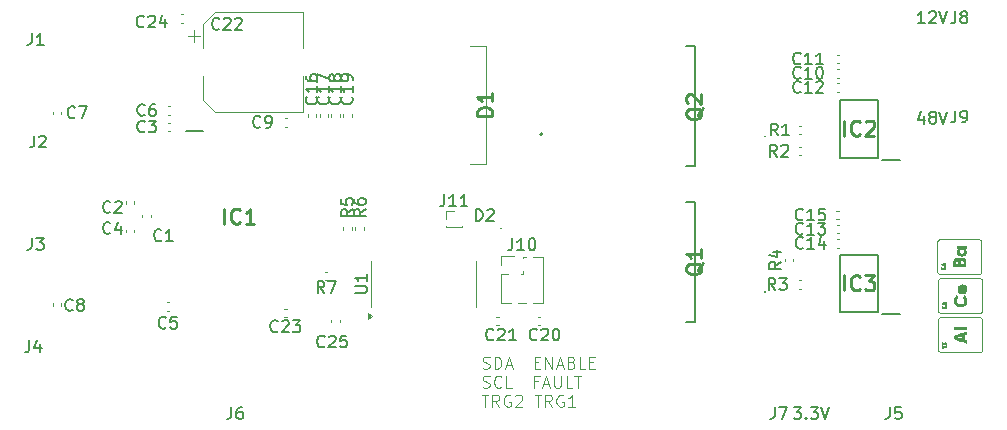
<source format=gbr>
%TF.GenerationSoftware,KiCad,Pcbnew,8.0.1*%
%TF.CreationDate,2024-04-30T22:48:39+02:00*%
%TF.ProjectId,ECU_proj,4543555f-7072-46f6-9a2e-6b696361645f,rev?*%
%TF.SameCoordinates,Original*%
%TF.FileFunction,Legend,Top*%
%TF.FilePolarity,Positive*%
%FSLAX46Y46*%
G04 Gerber Fmt 4.6, Leading zero omitted, Abs format (unit mm)*
G04 Created by KiCad (PCBNEW 8.0.1) date 2024-04-30 22:48:39*
%MOMM*%
%LPD*%
G01*
G04 APERTURE LIST*
%ADD10C,0.100000*%
%ADD11C,0.150000*%
%ADD12C,0.254000*%
%ADD13C,0.120000*%
%ADD14C,0.200000*%
%ADD15C,0.000000*%
G04 APERTURE END LIST*
D10*
X145456265Y-85404912D02*
X145599122Y-85452531D01*
X145599122Y-85452531D02*
X145837217Y-85452531D01*
X145837217Y-85452531D02*
X145932455Y-85404912D01*
X145932455Y-85404912D02*
X145980074Y-85357292D01*
X145980074Y-85357292D02*
X146027693Y-85262054D01*
X146027693Y-85262054D02*
X146027693Y-85166816D01*
X146027693Y-85166816D02*
X145980074Y-85071578D01*
X145980074Y-85071578D02*
X145932455Y-85023959D01*
X145932455Y-85023959D02*
X145837217Y-84976340D01*
X145837217Y-84976340D02*
X145646741Y-84928721D01*
X145646741Y-84928721D02*
X145551503Y-84881102D01*
X145551503Y-84881102D02*
X145503884Y-84833483D01*
X145503884Y-84833483D02*
X145456265Y-84738245D01*
X145456265Y-84738245D02*
X145456265Y-84643007D01*
X145456265Y-84643007D02*
X145503884Y-84547769D01*
X145503884Y-84547769D02*
X145551503Y-84500150D01*
X145551503Y-84500150D02*
X145646741Y-84452531D01*
X145646741Y-84452531D02*
X145884836Y-84452531D01*
X145884836Y-84452531D02*
X146027693Y-84500150D01*
X146456265Y-85452531D02*
X146456265Y-84452531D01*
X146456265Y-84452531D02*
X146694360Y-84452531D01*
X146694360Y-84452531D02*
X146837217Y-84500150D01*
X146837217Y-84500150D02*
X146932455Y-84595388D01*
X146932455Y-84595388D02*
X146980074Y-84690626D01*
X146980074Y-84690626D02*
X147027693Y-84881102D01*
X147027693Y-84881102D02*
X147027693Y-85023959D01*
X147027693Y-85023959D02*
X146980074Y-85214435D01*
X146980074Y-85214435D02*
X146932455Y-85309673D01*
X146932455Y-85309673D02*
X146837217Y-85404912D01*
X146837217Y-85404912D02*
X146694360Y-85452531D01*
X146694360Y-85452531D02*
X146456265Y-85452531D01*
X147408646Y-85166816D02*
X147884836Y-85166816D01*
X147313408Y-85452531D02*
X147646741Y-84452531D01*
X147646741Y-84452531D02*
X147980074Y-85452531D01*
X149837218Y-84928721D02*
X150170551Y-84928721D01*
X150313408Y-85452531D02*
X149837218Y-85452531D01*
X149837218Y-85452531D02*
X149837218Y-84452531D01*
X149837218Y-84452531D02*
X150313408Y-84452531D01*
X150741980Y-85452531D02*
X150741980Y-84452531D01*
X150741980Y-84452531D02*
X151313408Y-85452531D01*
X151313408Y-85452531D02*
X151313408Y-84452531D01*
X151741980Y-85166816D02*
X152218170Y-85166816D01*
X151646742Y-85452531D02*
X151980075Y-84452531D01*
X151980075Y-84452531D02*
X152313408Y-85452531D01*
X152980075Y-84928721D02*
X153122932Y-84976340D01*
X153122932Y-84976340D02*
X153170551Y-85023959D01*
X153170551Y-85023959D02*
X153218170Y-85119197D01*
X153218170Y-85119197D02*
X153218170Y-85262054D01*
X153218170Y-85262054D02*
X153170551Y-85357292D01*
X153170551Y-85357292D02*
X153122932Y-85404912D01*
X153122932Y-85404912D02*
X153027694Y-85452531D01*
X153027694Y-85452531D02*
X152646742Y-85452531D01*
X152646742Y-85452531D02*
X152646742Y-84452531D01*
X152646742Y-84452531D02*
X152980075Y-84452531D01*
X152980075Y-84452531D02*
X153075313Y-84500150D01*
X153075313Y-84500150D02*
X153122932Y-84547769D01*
X153122932Y-84547769D02*
X153170551Y-84643007D01*
X153170551Y-84643007D02*
X153170551Y-84738245D01*
X153170551Y-84738245D02*
X153122932Y-84833483D01*
X153122932Y-84833483D02*
X153075313Y-84881102D01*
X153075313Y-84881102D02*
X152980075Y-84928721D01*
X152980075Y-84928721D02*
X152646742Y-84928721D01*
X154122932Y-85452531D02*
X153646742Y-85452531D01*
X153646742Y-85452531D02*
X153646742Y-84452531D01*
X154456266Y-84928721D02*
X154789599Y-84928721D01*
X154932456Y-85452531D02*
X154456266Y-85452531D01*
X154456266Y-85452531D02*
X154456266Y-84452531D01*
X154456266Y-84452531D02*
X154932456Y-84452531D01*
X145456265Y-87014856D02*
X145599122Y-87062475D01*
X145599122Y-87062475D02*
X145837217Y-87062475D01*
X145837217Y-87062475D02*
X145932455Y-87014856D01*
X145932455Y-87014856D02*
X145980074Y-86967236D01*
X145980074Y-86967236D02*
X146027693Y-86871998D01*
X146027693Y-86871998D02*
X146027693Y-86776760D01*
X146027693Y-86776760D02*
X145980074Y-86681522D01*
X145980074Y-86681522D02*
X145932455Y-86633903D01*
X145932455Y-86633903D02*
X145837217Y-86586284D01*
X145837217Y-86586284D02*
X145646741Y-86538665D01*
X145646741Y-86538665D02*
X145551503Y-86491046D01*
X145551503Y-86491046D02*
X145503884Y-86443427D01*
X145503884Y-86443427D02*
X145456265Y-86348189D01*
X145456265Y-86348189D02*
X145456265Y-86252951D01*
X145456265Y-86252951D02*
X145503884Y-86157713D01*
X145503884Y-86157713D02*
X145551503Y-86110094D01*
X145551503Y-86110094D02*
X145646741Y-86062475D01*
X145646741Y-86062475D02*
X145884836Y-86062475D01*
X145884836Y-86062475D02*
X146027693Y-86110094D01*
X147027693Y-86967236D02*
X146980074Y-87014856D01*
X146980074Y-87014856D02*
X146837217Y-87062475D01*
X146837217Y-87062475D02*
X146741979Y-87062475D01*
X146741979Y-87062475D02*
X146599122Y-87014856D01*
X146599122Y-87014856D02*
X146503884Y-86919617D01*
X146503884Y-86919617D02*
X146456265Y-86824379D01*
X146456265Y-86824379D02*
X146408646Y-86633903D01*
X146408646Y-86633903D02*
X146408646Y-86491046D01*
X146408646Y-86491046D02*
X146456265Y-86300570D01*
X146456265Y-86300570D02*
X146503884Y-86205332D01*
X146503884Y-86205332D02*
X146599122Y-86110094D01*
X146599122Y-86110094D02*
X146741979Y-86062475D01*
X146741979Y-86062475D02*
X146837217Y-86062475D01*
X146837217Y-86062475D02*
X146980074Y-86110094D01*
X146980074Y-86110094D02*
X147027693Y-86157713D01*
X147932455Y-87062475D02*
X147456265Y-87062475D01*
X147456265Y-87062475D02*
X147456265Y-86062475D01*
X150122932Y-86538665D02*
X149789599Y-86538665D01*
X149789599Y-87062475D02*
X149789599Y-86062475D01*
X149789599Y-86062475D02*
X150265789Y-86062475D01*
X150599123Y-86776760D02*
X151075313Y-86776760D01*
X150503885Y-87062475D02*
X150837218Y-86062475D01*
X150837218Y-86062475D02*
X151170551Y-87062475D01*
X151503885Y-86062475D02*
X151503885Y-86871998D01*
X151503885Y-86871998D02*
X151551504Y-86967236D01*
X151551504Y-86967236D02*
X151599123Y-87014856D01*
X151599123Y-87014856D02*
X151694361Y-87062475D01*
X151694361Y-87062475D02*
X151884837Y-87062475D01*
X151884837Y-87062475D02*
X151980075Y-87014856D01*
X151980075Y-87014856D02*
X152027694Y-86967236D01*
X152027694Y-86967236D02*
X152075313Y-86871998D01*
X152075313Y-86871998D02*
X152075313Y-86062475D01*
X153027694Y-87062475D02*
X152551504Y-87062475D01*
X152551504Y-87062475D02*
X152551504Y-86062475D01*
X153218171Y-86062475D02*
X153789599Y-86062475D01*
X153503885Y-87062475D02*
X153503885Y-86062475D01*
X145361027Y-87672419D02*
X145932455Y-87672419D01*
X145646741Y-88672419D02*
X145646741Y-87672419D01*
X146837217Y-88672419D02*
X146503884Y-88196228D01*
X146265789Y-88672419D02*
X146265789Y-87672419D01*
X146265789Y-87672419D02*
X146646741Y-87672419D01*
X146646741Y-87672419D02*
X146741979Y-87720038D01*
X146741979Y-87720038D02*
X146789598Y-87767657D01*
X146789598Y-87767657D02*
X146837217Y-87862895D01*
X146837217Y-87862895D02*
X146837217Y-88005752D01*
X146837217Y-88005752D02*
X146789598Y-88100990D01*
X146789598Y-88100990D02*
X146741979Y-88148609D01*
X146741979Y-88148609D02*
X146646741Y-88196228D01*
X146646741Y-88196228D02*
X146265789Y-88196228D01*
X147789598Y-87720038D02*
X147694360Y-87672419D01*
X147694360Y-87672419D02*
X147551503Y-87672419D01*
X147551503Y-87672419D02*
X147408646Y-87720038D01*
X147408646Y-87720038D02*
X147313408Y-87815276D01*
X147313408Y-87815276D02*
X147265789Y-87910514D01*
X147265789Y-87910514D02*
X147218170Y-88100990D01*
X147218170Y-88100990D02*
X147218170Y-88243847D01*
X147218170Y-88243847D02*
X147265789Y-88434323D01*
X147265789Y-88434323D02*
X147313408Y-88529561D01*
X147313408Y-88529561D02*
X147408646Y-88624800D01*
X147408646Y-88624800D02*
X147551503Y-88672419D01*
X147551503Y-88672419D02*
X147646741Y-88672419D01*
X147646741Y-88672419D02*
X147789598Y-88624800D01*
X147789598Y-88624800D02*
X147837217Y-88577180D01*
X147837217Y-88577180D02*
X147837217Y-88243847D01*
X147837217Y-88243847D02*
X147646741Y-88243847D01*
X148218170Y-87767657D02*
X148265789Y-87720038D01*
X148265789Y-87720038D02*
X148361027Y-87672419D01*
X148361027Y-87672419D02*
X148599122Y-87672419D01*
X148599122Y-87672419D02*
X148694360Y-87720038D01*
X148694360Y-87720038D02*
X148741979Y-87767657D01*
X148741979Y-87767657D02*
X148789598Y-87862895D01*
X148789598Y-87862895D02*
X148789598Y-87958133D01*
X148789598Y-87958133D02*
X148741979Y-88100990D01*
X148741979Y-88100990D02*
X148170551Y-88672419D01*
X148170551Y-88672419D02*
X148789598Y-88672419D01*
X149837218Y-87672419D02*
X150408646Y-87672419D01*
X150122932Y-88672419D02*
X150122932Y-87672419D01*
X151313408Y-88672419D02*
X150980075Y-88196228D01*
X150741980Y-88672419D02*
X150741980Y-87672419D01*
X150741980Y-87672419D02*
X151122932Y-87672419D01*
X151122932Y-87672419D02*
X151218170Y-87720038D01*
X151218170Y-87720038D02*
X151265789Y-87767657D01*
X151265789Y-87767657D02*
X151313408Y-87862895D01*
X151313408Y-87862895D02*
X151313408Y-88005752D01*
X151313408Y-88005752D02*
X151265789Y-88100990D01*
X151265789Y-88100990D02*
X151218170Y-88148609D01*
X151218170Y-88148609D02*
X151122932Y-88196228D01*
X151122932Y-88196228D02*
X150741980Y-88196228D01*
X152265789Y-87720038D02*
X152170551Y-87672419D01*
X152170551Y-87672419D02*
X152027694Y-87672419D01*
X152027694Y-87672419D02*
X151884837Y-87720038D01*
X151884837Y-87720038D02*
X151789599Y-87815276D01*
X151789599Y-87815276D02*
X151741980Y-87910514D01*
X151741980Y-87910514D02*
X151694361Y-88100990D01*
X151694361Y-88100990D02*
X151694361Y-88243847D01*
X151694361Y-88243847D02*
X151741980Y-88434323D01*
X151741980Y-88434323D02*
X151789599Y-88529561D01*
X151789599Y-88529561D02*
X151884837Y-88624800D01*
X151884837Y-88624800D02*
X152027694Y-88672419D01*
X152027694Y-88672419D02*
X152122932Y-88672419D01*
X152122932Y-88672419D02*
X152265789Y-88624800D01*
X152265789Y-88624800D02*
X152313408Y-88577180D01*
X152313408Y-88577180D02*
X152313408Y-88243847D01*
X152313408Y-88243847D02*
X152122932Y-88243847D01*
X153265789Y-88672419D02*
X152694361Y-88672419D01*
X152980075Y-88672419D02*
X152980075Y-87672419D01*
X152980075Y-87672419D02*
X152884837Y-87815276D01*
X152884837Y-87815276D02*
X152789599Y-87910514D01*
X152789599Y-87910514D02*
X152694361Y-87958133D01*
D11*
X132057142Y-83559580D02*
X132009523Y-83607200D01*
X132009523Y-83607200D02*
X131866666Y-83654819D01*
X131866666Y-83654819D02*
X131771428Y-83654819D01*
X131771428Y-83654819D02*
X131628571Y-83607200D01*
X131628571Y-83607200D02*
X131533333Y-83511961D01*
X131533333Y-83511961D02*
X131485714Y-83416723D01*
X131485714Y-83416723D02*
X131438095Y-83226247D01*
X131438095Y-83226247D02*
X131438095Y-83083390D01*
X131438095Y-83083390D02*
X131485714Y-82892914D01*
X131485714Y-82892914D02*
X131533333Y-82797676D01*
X131533333Y-82797676D02*
X131628571Y-82702438D01*
X131628571Y-82702438D02*
X131771428Y-82654819D01*
X131771428Y-82654819D02*
X131866666Y-82654819D01*
X131866666Y-82654819D02*
X132009523Y-82702438D01*
X132009523Y-82702438D02*
X132057142Y-82750057D01*
X132438095Y-82750057D02*
X132485714Y-82702438D01*
X132485714Y-82702438D02*
X132580952Y-82654819D01*
X132580952Y-82654819D02*
X132819047Y-82654819D01*
X132819047Y-82654819D02*
X132914285Y-82702438D01*
X132914285Y-82702438D02*
X132961904Y-82750057D01*
X132961904Y-82750057D02*
X133009523Y-82845295D01*
X133009523Y-82845295D02*
X133009523Y-82940533D01*
X133009523Y-82940533D02*
X132961904Y-83083390D01*
X132961904Y-83083390D02*
X132390476Y-83654819D01*
X132390476Y-83654819D02*
X133009523Y-83654819D01*
X133914285Y-82654819D02*
X133438095Y-82654819D01*
X133438095Y-82654819D02*
X133390476Y-83131009D01*
X133390476Y-83131009D02*
X133438095Y-83083390D01*
X133438095Y-83083390D02*
X133533333Y-83035771D01*
X133533333Y-83035771D02*
X133771428Y-83035771D01*
X133771428Y-83035771D02*
X133866666Y-83083390D01*
X133866666Y-83083390D02*
X133914285Y-83131009D01*
X133914285Y-83131009D02*
X133961904Y-83226247D01*
X133961904Y-83226247D02*
X133961904Y-83464342D01*
X133961904Y-83464342D02*
X133914285Y-83559580D01*
X133914285Y-83559580D02*
X133866666Y-83607200D01*
X133866666Y-83607200D02*
X133771428Y-83654819D01*
X133771428Y-83654819D02*
X133533333Y-83654819D01*
X133533333Y-83654819D02*
X133438095Y-83607200D01*
X133438095Y-83607200D02*
X133390476Y-83559580D01*
X116757142Y-56459580D02*
X116709523Y-56507200D01*
X116709523Y-56507200D02*
X116566666Y-56554819D01*
X116566666Y-56554819D02*
X116471428Y-56554819D01*
X116471428Y-56554819D02*
X116328571Y-56507200D01*
X116328571Y-56507200D02*
X116233333Y-56411961D01*
X116233333Y-56411961D02*
X116185714Y-56316723D01*
X116185714Y-56316723D02*
X116138095Y-56126247D01*
X116138095Y-56126247D02*
X116138095Y-55983390D01*
X116138095Y-55983390D02*
X116185714Y-55792914D01*
X116185714Y-55792914D02*
X116233333Y-55697676D01*
X116233333Y-55697676D02*
X116328571Y-55602438D01*
X116328571Y-55602438D02*
X116471428Y-55554819D01*
X116471428Y-55554819D02*
X116566666Y-55554819D01*
X116566666Y-55554819D02*
X116709523Y-55602438D01*
X116709523Y-55602438D02*
X116757142Y-55650057D01*
X117138095Y-55650057D02*
X117185714Y-55602438D01*
X117185714Y-55602438D02*
X117280952Y-55554819D01*
X117280952Y-55554819D02*
X117519047Y-55554819D01*
X117519047Y-55554819D02*
X117614285Y-55602438D01*
X117614285Y-55602438D02*
X117661904Y-55650057D01*
X117661904Y-55650057D02*
X117709523Y-55745295D01*
X117709523Y-55745295D02*
X117709523Y-55840533D01*
X117709523Y-55840533D02*
X117661904Y-55983390D01*
X117661904Y-55983390D02*
X117090476Y-56554819D01*
X117090476Y-56554819D02*
X117709523Y-56554819D01*
X118566666Y-55888152D02*
X118566666Y-56554819D01*
X118328571Y-55507200D02*
X118090476Y-56221485D01*
X118090476Y-56221485D02*
X118709523Y-56221485D01*
X107266666Y-57054819D02*
X107266666Y-57769104D01*
X107266666Y-57769104D02*
X107219047Y-57911961D01*
X107219047Y-57911961D02*
X107123809Y-58007200D01*
X107123809Y-58007200D02*
X106980952Y-58054819D01*
X106980952Y-58054819D02*
X106885714Y-58054819D01*
X108266666Y-58054819D02*
X107695238Y-58054819D01*
X107980952Y-58054819D02*
X107980952Y-57054819D01*
X107980952Y-57054819D02*
X107885714Y-57197676D01*
X107885714Y-57197676D02*
X107790476Y-57292914D01*
X107790476Y-57292914D02*
X107695238Y-57340533D01*
X172357142Y-62004580D02*
X172309523Y-62052200D01*
X172309523Y-62052200D02*
X172166666Y-62099819D01*
X172166666Y-62099819D02*
X172071428Y-62099819D01*
X172071428Y-62099819D02*
X171928571Y-62052200D01*
X171928571Y-62052200D02*
X171833333Y-61956961D01*
X171833333Y-61956961D02*
X171785714Y-61861723D01*
X171785714Y-61861723D02*
X171738095Y-61671247D01*
X171738095Y-61671247D02*
X171738095Y-61528390D01*
X171738095Y-61528390D02*
X171785714Y-61337914D01*
X171785714Y-61337914D02*
X171833333Y-61242676D01*
X171833333Y-61242676D02*
X171928571Y-61147438D01*
X171928571Y-61147438D02*
X172071428Y-61099819D01*
X172071428Y-61099819D02*
X172166666Y-61099819D01*
X172166666Y-61099819D02*
X172309523Y-61147438D01*
X172309523Y-61147438D02*
X172357142Y-61195057D01*
X173309523Y-62099819D02*
X172738095Y-62099819D01*
X173023809Y-62099819D02*
X173023809Y-61099819D01*
X173023809Y-61099819D02*
X172928571Y-61242676D01*
X172928571Y-61242676D02*
X172833333Y-61337914D01*
X172833333Y-61337914D02*
X172738095Y-61385533D01*
X173690476Y-61195057D02*
X173738095Y-61147438D01*
X173738095Y-61147438D02*
X173833333Y-61099819D01*
X173833333Y-61099819D02*
X174071428Y-61099819D01*
X174071428Y-61099819D02*
X174166666Y-61147438D01*
X174166666Y-61147438D02*
X174214285Y-61195057D01*
X174214285Y-61195057D02*
X174261904Y-61290295D01*
X174261904Y-61290295D02*
X174261904Y-61385533D01*
X174261904Y-61385533D02*
X174214285Y-61528390D01*
X174214285Y-61528390D02*
X173642857Y-62099819D01*
X173642857Y-62099819D02*
X174261904Y-62099819D01*
D12*
X164090270Y-76505952D02*
X164029794Y-76626904D01*
X164029794Y-76626904D02*
X163908842Y-76747857D01*
X163908842Y-76747857D02*
X163727413Y-76929285D01*
X163727413Y-76929285D02*
X163666937Y-77050238D01*
X163666937Y-77050238D02*
X163666937Y-77171190D01*
X163969318Y-77110714D02*
X163908842Y-77231666D01*
X163908842Y-77231666D02*
X163787889Y-77352619D01*
X163787889Y-77352619D02*
X163545984Y-77413095D01*
X163545984Y-77413095D02*
X163122651Y-77413095D01*
X163122651Y-77413095D02*
X162880746Y-77352619D01*
X162880746Y-77352619D02*
X162759794Y-77231666D01*
X162759794Y-77231666D02*
X162699318Y-77110714D01*
X162699318Y-77110714D02*
X162699318Y-76868809D01*
X162699318Y-76868809D02*
X162759794Y-76747857D01*
X162759794Y-76747857D02*
X162880746Y-76626904D01*
X162880746Y-76626904D02*
X163122651Y-76566428D01*
X163122651Y-76566428D02*
X163545984Y-76566428D01*
X163545984Y-76566428D02*
X163787889Y-76626904D01*
X163787889Y-76626904D02*
X163908842Y-76747857D01*
X163908842Y-76747857D02*
X163969318Y-76868809D01*
X163969318Y-76868809D02*
X163969318Y-77110714D01*
X163969318Y-75356904D02*
X163969318Y-76082619D01*
X163969318Y-75719762D02*
X162699318Y-75719762D01*
X162699318Y-75719762D02*
X162880746Y-75840714D01*
X162880746Y-75840714D02*
X163001699Y-75961666D01*
X163001699Y-75961666D02*
X163062175Y-76082619D01*
D11*
X172557142Y-74004580D02*
X172509523Y-74052200D01*
X172509523Y-74052200D02*
X172366666Y-74099819D01*
X172366666Y-74099819D02*
X172271428Y-74099819D01*
X172271428Y-74099819D02*
X172128571Y-74052200D01*
X172128571Y-74052200D02*
X172033333Y-73956961D01*
X172033333Y-73956961D02*
X171985714Y-73861723D01*
X171985714Y-73861723D02*
X171938095Y-73671247D01*
X171938095Y-73671247D02*
X171938095Y-73528390D01*
X171938095Y-73528390D02*
X171985714Y-73337914D01*
X171985714Y-73337914D02*
X172033333Y-73242676D01*
X172033333Y-73242676D02*
X172128571Y-73147438D01*
X172128571Y-73147438D02*
X172271428Y-73099819D01*
X172271428Y-73099819D02*
X172366666Y-73099819D01*
X172366666Y-73099819D02*
X172509523Y-73147438D01*
X172509523Y-73147438D02*
X172557142Y-73195057D01*
X173509523Y-74099819D02*
X172938095Y-74099819D01*
X173223809Y-74099819D02*
X173223809Y-73099819D01*
X173223809Y-73099819D02*
X173128571Y-73242676D01*
X173128571Y-73242676D02*
X173033333Y-73337914D01*
X173033333Y-73337914D02*
X172938095Y-73385533D01*
X173842857Y-73099819D02*
X174461904Y-73099819D01*
X174461904Y-73099819D02*
X174128571Y-73480771D01*
X174128571Y-73480771D02*
X174271428Y-73480771D01*
X174271428Y-73480771D02*
X174366666Y-73528390D01*
X174366666Y-73528390D02*
X174414285Y-73576009D01*
X174414285Y-73576009D02*
X174461904Y-73671247D01*
X174461904Y-73671247D02*
X174461904Y-73909342D01*
X174461904Y-73909342D02*
X174414285Y-74004580D01*
X174414285Y-74004580D02*
X174366666Y-74052200D01*
X174366666Y-74052200D02*
X174271428Y-74099819D01*
X174271428Y-74099819D02*
X173985714Y-74099819D01*
X173985714Y-74099819D02*
X173890476Y-74052200D01*
X173890476Y-74052200D02*
X173842857Y-74004580D01*
X185466666Y-63604819D02*
X185466666Y-64319104D01*
X185466666Y-64319104D02*
X185419047Y-64461961D01*
X185419047Y-64461961D02*
X185323809Y-64557200D01*
X185323809Y-64557200D02*
X185180952Y-64604819D01*
X185180952Y-64604819D02*
X185085714Y-64604819D01*
X185990476Y-64604819D02*
X186180952Y-64604819D01*
X186180952Y-64604819D02*
X186276190Y-64557200D01*
X186276190Y-64557200D02*
X186323809Y-64509580D01*
X186323809Y-64509580D02*
X186419047Y-64366723D01*
X186419047Y-64366723D02*
X186466666Y-64176247D01*
X186466666Y-64176247D02*
X186466666Y-63795295D01*
X186466666Y-63795295D02*
X186419047Y-63700057D01*
X186419047Y-63700057D02*
X186371428Y-63652438D01*
X186371428Y-63652438D02*
X186276190Y-63604819D01*
X186276190Y-63604819D02*
X186085714Y-63604819D01*
X186085714Y-63604819D02*
X185990476Y-63652438D01*
X185990476Y-63652438D02*
X185942857Y-63700057D01*
X185942857Y-63700057D02*
X185895238Y-63795295D01*
X185895238Y-63795295D02*
X185895238Y-64033390D01*
X185895238Y-64033390D02*
X185942857Y-64128628D01*
X185942857Y-64128628D02*
X185990476Y-64176247D01*
X185990476Y-64176247D02*
X186085714Y-64223866D01*
X186085714Y-64223866D02*
X186276190Y-64223866D01*
X186276190Y-64223866D02*
X186371428Y-64176247D01*
X186371428Y-64176247D02*
X186419047Y-64128628D01*
X186419047Y-64128628D02*
X186466666Y-64033390D01*
X182785714Y-64038152D02*
X182785714Y-64704819D01*
X182547619Y-63657200D02*
X182309524Y-64371485D01*
X182309524Y-64371485D02*
X182928571Y-64371485D01*
X183452381Y-64133390D02*
X183357143Y-64085771D01*
X183357143Y-64085771D02*
X183309524Y-64038152D01*
X183309524Y-64038152D02*
X183261905Y-63942914D01*
X183261905Y-63942914D02*
X183261905Y-63895295D01*
X183261905Y-63895295D02*
X183309524Y-63800057D01*
X183309524Y-63800057D02*
X183357143Y-63752438D01*
X183357143Y-63752438D02*
X183452381Y-63704819D01*
X183452381Y-63704819D02*
X183642857Y-63704819D01*
X183642857Y-63704819D02*
X183738095Y-63752438D01*
X183738095Y-63752438D02*
X183785714Y-63800057D01*
X183785714Y-63800057D02*
X183833333Y-63895295D01*
X183833333Y-63895295D02*
X183833333Y-63942914D01*
X183833333Y-63942914D02*
X183785714Y-64038152D01*
X183785714Y-64038152D02*
X183738095Y-64085771D01*
X183738095Y-64085771D02*
X183642857Y-64133390D01*
X183642857Y-64133390D02*
X183452381Y-64133390D01*
X183452381Y-64133390D02*
X183357143Y-64181009D01*
X183357143Y-64181009D02*
X183309524Y-64228628D01*
X183309524Y-64228628D02*
X183261905Y-64323866D01*
X183261905Y-64323866D02*
X183261905Y-64514342D01*
X183261905Y-64514342D02*
X183309524Y-64609580D01*
X183309524Y-64609580D02*
X183357143Y-64657200D01*
X183357143Y-64657200D02*
X183452381Y-64704819D01*
X183452381Y-64704819D02*
X183642857Y-64704819D01*
X183642857Y-64704819D02*
X183738095Y-64657200D01*
X183738095Y-64657200D02*
X183785714Y-64609580D01*
X183785714Y-64609580D02*
X183833333Y-64514342D01*
X183833333Y-64514342D02*
X183833333Y-64323866D01*
X183833333Y-64323866D02*
X183785714Y-64228628D01*
X183785714Y-64228628D02*
X183738095Y-64181009D01*
X183738095Y-64181009D02*
X183642857Y-64133390D01*
X184119048Y-63704819D02*
X184452381Y-64704819D01*
X184452381Y-64704819D02*
X184785714Y-63704819D01*
X134634819Y-79036904D02*
X135444342Y-79036904D01*
X135444342Y-79036904D02*
X135539580Y-78989285D01*
X135539580Y-78989285D02*
X135587200Y-78941666D01*
X135587200Y-78941666D02*
X135634819Y-78846428D01*
X135634819Y-78846428D02*
X135634819Y-78655952D01*
X135634819Y-78655952D02*
X135587200Y-78560714D01*
X135587200Y-78560714D02*
X135539580Y-78513095D01*
X135539580Y-78513095D02*
X135444342Y-78465476D01*
X135444342Y-78465476D02*
X134634819Y-78465476D01*
X135634819Y-77465476D02*
X135634819Y-78036904D01*
X135634819Y-77751190D02*
X134634819Y-77751190D01*
X134634819Y-77751190D02*
X134777676Y-77846428D01*
X134777676Y-77846428D02*
X134872914Y-77941666D01*
X134872914Y-77941666D02*
X134920533Y-78036904D01*
D12*
X164090270Y-63365952D02*
X164029794Y-63486904D01*
X164029794Y-63486904D02*
X163908842Y-63607857D01*
X163908842Y-63607857D02*
X163727413Y-63789285D01*
X163727413Y-63789285D02*
X163666937Y-63910238D01*
X163666937Y-63910238D02*
X163666937Y-64031190D01*
X163969318Y-63970714D02*
X163908842Y-64091666D01*
X163908842Y-64091666D02*
X163787889Y-64212619D01*
X163787889Y-64212619D02*
X163545984Y-64273095D01*
X163545984Y-64273095D02*
X163122651Y-64273095D01*
X163122651Y-64273095D02*
X162880746Y-64212619D01*
X162880746Y-64212619D02*
X162759794Y-64091666D01*
X162759794Y-64091666D02*
X162699318Y-63970714D01*
X162699318Y-63970714D02*
X162699318Y-63728809D01*
X162699318Y-63728809D02*
X162759794Y-63607857D01*
X162759794Y-63607857D02*
X162880746Y-63486904D01*
X162880746Y-63486904D02*
X163122651Y-63426428D01*
X163122651Y-63426428D02*
X163545984Y-63426428D01*
X163545984Y-63426428D02*
X163787889Y-63486904D01*
X163787889Y-63486904D02*
X163908842Y-63607857D01*
X163908842Y-63607857D02*
X163969318Y-63728809D01*
X163969318Y-63728809D02*
X163969318Y-63970714D01*
X162820270Y-62942619D02*
X162759794Y-62882143D01*
X162759794Y-62882143D02*
X162699318Y-62761190D01*
X162699318Y-62761190D02*
X162699318Y-62458809D01*
X162699318Y-62458809D02*
X162759794Y-62337857D01*
X162759794Y-62337857D02*
X162820270Y-62277381D01*
X162820270Y-62277381D02*
X162941222Y-62216904D01*
X162941222Y-62216904D02*
X163062175Y-62216904D01*
X163062175Y-62216904D02*
X163243603Y-62277381D01*
X163243603Y-62277381D02*
X163969318Y-63003095D01*
X163969318Y-63003095D02*
X163969318Y-62216904D01*
D11*
X128087142Y-82269580D02*
X128039523Y-82317200D01*
X128039523Y-82317200D02*
X127896666Y-82364819D01*
X127896666Y-82364819D02*
X127801428Y-82364819D01*
X127801428Y-82364819D02*
X127658571Y-82317200D01*
X127658571Y-82317200D02*
X127563333Y-82221961D01*
X127563333Y-82221961D02*
X127515714Y-82126723D01*
X127515714Y-82126723D02*
X127468095Y-81936247D01*
X127468095Y-81936247D02*
X127468095Y-81793390D01*
X127468095Y-81793390D02*
X127515714Y-81602914D01*
X127515714Y-81602914D02*
X127563333Y-81507676D01*
X127563333Y-81507676D02*
X127658571Y-81412438D01*
X127658571Y-81412438D02*
X127801428Y-81364819D01*
X127801428Y-81364819D02*
X127896666Y-81364819D01*
X127896666Y-81364819D02*
X128039523Y-81412438D01*
X128039523Y-81412438D02*
X128087142Y-81460057D01*
X128468095Y-81460057D02*
X128515714Y-81412438D01*
X128515714Y-81412438D02*
X128610952Y-81364819D01*
X128610952Y-81364819D02*
X128849047Y-81364819D01*
X128849047Y-81364819D02*
X128944285Y-81412438D01*
X128944285Y-81412438D02*
X128991904Y-81460057D01*
X128991904Y-81460057D02*
X129039523Y-81555295D01*
X129039523Y-81555295D02*
X129039523Y-81650533D01*
X129039523Y-81650533D02*
X128991904Y-81793390D01*
X128991904Y-81793390D02*
X128420476Y-82364819D01*
X128420476Y-82364819D02*
X129039523Y-82364819D01*
X129372857Y-81364819D02*
X129991904Y-81364819D01*
X129991904Y-81364819D02*
X129658571Y-81745771D01*
X129658571Y-81745771D02*
X129801428Y-81745771D01*
X129801428Y-81745771D02*
X129896666Y-81793390D01*
X129896666Y-81793390D02*
X129944285Y-81841009D01*
X129944285Y-81841009D02*
X129991904Y-81936247D01*
X129991904Y-81936247D02*
X129991904Y-82174342D01*
X129991904Y-82174342D02*
X129944285Y-82269580D01*
X129944285Y-82269580D02*
X129896666Y-82317200D01*
X129896666Y-82317200D02*
X129801428Y-82364819D01*
X129801428Y-82364819D02*
X129515714Y-82364819D01*
X129515714Y-82364819D02*
X129420476Y-82317200D01*
X129420476Y-82317200D02*
X129372857Y-82269580D01*
X172557142Y-75204580D02*
X172509523Y-75252200D01*
X172509523Y-75252200D02*
X172366666Y-75299819D01*
X172366666Y-75299819D02*
X172271428Y-75299819D01*
X172271428Y-75299819D02*
X172128571Y-75252200D01*
X172128571Y-75252200D02*
X172033333Y-75156961D01*
X172033333Y-75156961D02*
X171985714Y-75061723D01*
X171985714Y-75061723D02*
X171938095Y-74871247D01*
X171938095Y-74871247D02*
X171938095Y-74728390D01*
X171938095Y-74728390D02*
X171985714Y-74537914D01*
X171985714Y-74537914D02*
X172033333Y-74442676D01*
X172033333Y-74442676D02*
X172128571Y-74347438D01*
X172128571Y-74347438D02*
X172271428Y-74299819D01*
X172271428Y-74299819D02*
X172366666Y-74299819D01*
X172366666Y-74299819D02*
X172509523Y-74347438D01*
X172509523Y-74347438D02*
X172557142Y-74395057D01*
X173509523Y-75299819D02*
X172938095Y-75299819D01*
X173223809Y-75299819D02*
X173223809Y-74299819D01*
X173223809Y-74299819D02*
X173128571Y-74442676D01*
X173128571Y-74442676D02*
X173033333Y-74537914D01*
X173033333Y-74537914D02*
X172938095Y-74585533D01*
X174366666Y-74633152D02*
X174366666Y-75299819D01*
X174128571Y-74252200D02*
X173890476Y-74966485D01*
X173890476Y-74966485D02*
X174509523Y-74966485D01*
X132359580Y-62442857D02*
X132407200Y-62490476D01*
X132407200Y-62490476D02*
X132454819Y-62633333D01*
X132454819Y-62633333D02*
X132454819Y-62728571D01*
X132454819Y-62728571D02*
X132407200Y-62871428D01*
X132407200Y-62871428D02*
X132311961Y-62966666D01*
X132311961Y-62966666D02*
X132216723Y-63014285D01*
X132216723Y-63014285D02*
X132026247Y-63061904D01*
X132026247Y-63061904D02*
X131883390Y-63061904D01*
X131883390Y-63061904D02*
X131692914Y-63014285D01*
X131692914Y-63014285D02*
X131597676Y-62966666D01*
X131597676Y-62966666D02*
X131502438Y-62871428D01*
X131502438Y-62871428D02*
X131454819Y-62728571D01*
X131454819Y-62728571D02*
X131454819Y-62633333D01*
X131454819Y-62633333D02*
X131502438Y-62490476D01*
X131502438Y-62490476D02*
X131550057Y-62442857D01*
X132454819Y-61490476D02*
X132454819Y-62061904D01*
X132454819Y-61776190D02*
X131454819Y-61776190D01*
X131454819Y-61776190D02*
X131597676Y-61871428D01*
X131597676Y-61871428D02*
X131692914Y-61966666D01*
X131692914Y-61966666D02*
X131740533Y-62061904D01*
X131454819Y-61157142D02*
X131454819Y-60490476D01*
X131454819Y-60490476D02*
X132454819Y-60919047D01*
X172357142Y-59604580D02*
X172309523Y-59652200D01*
X172309523Y-59652200D02*
X172166666Y-59699819D01*
X172166666Y-59699819D02*
X172071428Y-59699819D01*
X172071428Y-59699819D02*
X171928571Y-59652200D01*
X171928571Y-59652200D02*
X171833333Y-59556961D01*
X171833333Y-59556961D02*
X171785714Y-59461723D01*
X171785714Y-59461723D02*
X171738095Y-59271247D01*
X171738095Y-59271247D02*
X171738095Y-59128390D01*
X171738095Y-59128390D02*
X171785714Y-58937914D01*
X171785714Y-58937914D02*
X171833333Y-58842676D01*
X171833333Y-58842676D02*
X171928571Y-58747438D01*
X171928571Y-58747438D02*
X172071428Y-58699819D01*
X172071428Y-58699819D02*
X172166666Y-58699819D01*
X172166666Y-58699819D02*
X172309523Y-58747438D01*
X172309523Y-58747438D02*
X172357142Y-58795057D01*
X173309523Y-59699819D02*
X172738095Y-59699819D01*
X173023809Y-59699819D02*
X173023809Y-58699819D01*
X173023809Y-58699819D02*
X172928571Y-58842676D01*
X172928571Y-58842676D02*
X172833333Y-58937914D01*
X172833333Y-58937914D02*
X172738095Y-58985533D01*
X174261904Y-59699819D02*
X173690476Y-59699819D01*
X173976190Y-59699819D02*
X173976190Y-58699819D01*
X173976190Y-58699819D02*
X173880952Y-58842676D01*
X173880952Y-58842676D02*
X173785714Y-58937914D01*
X173785714Y-58937914D02*
X173690476Y-58985533D01*
X135534819Y-71966666D02*
X135058628Y-72299999D01*
X135534819Y-72538094D02*
X134534819Y-72538094D01*
X134534819Y-72538094D02*
X134534819Y-72157142D01*
X134534819Y-72157142D02*
X134582438Y-72061904D01*
X134582438Y-72061904D02*
X134630057Y-72014285D01*
X134630057Y-72014285D02*
X134725295Y-71966666D01*
X134725295Y-71966666D02*
X134868152Y-71966666D01*
X134868152Y-71966666D02*
X134963390Y-72014285D01*
X134963390Y-72014285D02*
X135011009Y-72061904D01*
X135011009Y-72061904D02*
X135058628Y-72157142D01*
X135058628Y-72157142D02*
X135058628Y-72538094D01*
X134534819Y-71109523D02*
X134534819Y-71299999D01*
X134534819Y-71299999D02*
X134582438Y-71395237D01*
X134582438Y-71395237D02*
X134630057Y-71442856D01*
X134630057Y-71442856D02*
X134772914Y-71538094D01*
X134772914Y-71538094D02*
X134963390Y-71585713D01*
X134963390Y-71585713D02*
X135344342Y-71585713D01*
X135344342Y-71585713D02*
X135439580Y-71538094D01*
X135439580Y-71538094D02*
X135487200Y-71490475D01*
X135487200Y-71490475D02*
X135534819Y-71395237D01*
X135534819Y-71395237D02*
X135534819Y-71204761D01*
X135534819Y-71204761D02*
X135487200Y-71109523D01*
X135487200Y-71109523D02*
X135439580Y-71061904D01*
X135439580Y-71061904D02*
X135344342Y-71014285D01*
X135344342Y-71014285D02*
X135106247Y-71014285D01*
X135106247Y-71014285D02*
X135011009Y-71061904D01*
X135011009Y-71061904D02*
X134963390Y-71109523D01*
X134963390Y-71109523D02*
X134915771Y-71204761D01*
X134915771Y-71204761D02*
X134915771Y-71395237D01*
X134915771Y-71395237D02*
X134963390Y-71490475D01*
X134963390Y-71490475D02*
X135011009Y-71538094D01*
X135011009Y-71538094D02*
X135106247Y-71585713D01*
X147955476Y-74419819D02*
X147955476Y-75134104D01*
X147955476Y-75134104D02*
X147907857Y-75276961D01*
X147907857Y-75276961D02*
X147812619Y-75372200D01*
X147812619Y-75372200D02*
X147669762Y-75419819D01*
X147669762Y-75419819D02*
X147574524Y-75419819D01*
X148955476Y-75419819D02*
X148384048Y-75419819D01*
X148669762Y-75419819D02*
X148669762Y-74419819D01*
X148669762Y-74419819D02*
X148574524Y-74562676D01*
X148574524Y-74562676D02*
X148479286Y-74657914D01*
X148479286Y-74657914D02*
X148384048Y-74705533D01*
X149574524Y-74419819D02*
X149669762Y-74419819D01*
X149669762Y-74419819D02*
X149765000Y-74467438D01*
X149765000Y-74467438D02*
X149812619Y-74515057D01*
X149812619Y-74515057D02*
X149860238Y-74610295D01*
X149860238Y-74610295D02*
X149907857Y-74800771D01*
X149907857Y-74800771D02*
X149907857Y-75038866D01*
X149907857Y-75038866D02*
X149860238Y-75229342D01*
X149860238Y-75229342D02*
X149812619Y-75324580D01*
X149812619Y-75324580D02*
X149765000Y-75372200D01*
X149765000Y-75372200D02*
X149669762Y-75419819D01*
X149669762Y-75419819D02*
X149574524Y-75419819D01*
X149574524Y-75419819D02*
X149479286Y-75372200D01*
X149479286Y-75372200D02*
X149431667Y-75324580D01*
X149431667Y-75324580D02*
X149384048Y-75229342D01*
X149384048Y-75229342D02*
X149336429Y-75038866D01*
X149336429Y-75038866D02*
X149336429Y-74800771D01*
X149336429Y-74800771D02*
X149384048Y-74610295D01*
X149384048Y-74610295D02*
X149431667Y-74515057D01*
X149431667Y-74515057D02*
X149479286Y-74467438D01*
X149479286Y-74467438D02*
X149574524Y-74419819D01*
X144861905Y-72954819D02*
X144861905Y-71954819D01*
X144861905Y-71954819D02*
X145100000Y-71954819D01*
X145100000Y-71954819D02*
X145242857Y-72002438D01*
X145242857Y-72002438D02*
X145338095Y-72097676D01*
X145338095Y-72097676D02*
X145385714Y-72192914D01*
X145385714Y-72192914D02*
X145433333Y-72383390D01*
X145433333Y-72383390D02*
X145433333Y-72526247D01*
X145433333Y-72526247D02*
X145385714Y-72716723D01*
X145385714Y-72716723D02*
X145338095Y-72811961D01*
X145338095Y-72811961D02*
X145242857Y-72907200D01*
X145242857Y-72907200D02*
X145100000Y-72954819D01*
X145100000Y-72954819D02*
X144861905Y-72954819D01*
X145814286Y-72050057D02*
X145861905Y-72002438D01*
X145861905Y-72002438D02*
X145957143Y-71954819D01*
X145957143Y-71954819D02*
X146195238Y-71954819D01*
X146195238Y-71954819D02*
X146290476Y-72002438D01*
X146290476Y-72002438D02*
X146338095Y-72050057D01*
X146338095Y-72050057D02*
X146385714Y-72145295D01*
X146385714Y-72145295D02*
X146385714Y-72240533D01*
X146385714Y-72240533D02*
X146338095Y-72383390D01*
X146338095Y-72383390D02*
X145766667Y-72954819D01*
X145766667Y-72954819D02*
X146385714Y-72954819D01*
X150037142Y-82959580D02*
X149989523Y-83007200D01*
X149989523Y-83007200D02*
X149846666Y-83054819D01*
X149846666Y-83054819D02*
X149751428Y-83054819D01*
X149751428Y-83054819D02*
X149608571Y-83007200D01*
X149608571Y-83007200D02*
X149513333Y-82911961D01*
X149513333Y-82911961D02*
X149465714Y-82816723D01*
X149465714Y-82816723D02*
X149418095Y-82626247D01*
X149418095Y-82626247D02*
X149418095Y-82483390D01*
X149418095Y-82483390D02*
X149465714Y-82292914D01*
X149465714Y-82292914D02*
X149513333Y-82197676D01*
X149513333Y-82197676D02*
X149608571Y-82102438D01*
X149608571Y-82102438D02*
X149751428Y-82054819D01*
X149751428Y-82054819D02*
X149846666Y-82054819D01*
X149846666Y-82054819D02*
X149989523Y-82102438D01*
X149989523Y-82102438D02*
X150037142Y-82150057D01*
X150418095Y-82150057D02*
X150465714Y-82102438D01*
X150465714Y-82102438D02*
X150560952Y-82054819D01*
X150560952Y-82054819D02*
X150799047Y-82054819D01*
X150799047Y-82054819D02*
X150894285Y-82102438D01*
X150894285Y-82102438D02*
X150941904Y-82150057D01*
X150941904Y-82150057D02*
X150989523Y-82245295D01*
X150989523Y-82245295D02*
X150989523Y-82340533D01*
X150989523Y-82340533D02*
X150941904Y-82483390D01*
X150941904Y-82483390D02*
X150370476Y-83054819D01*
X150370476Y-83054819D02*
X150989523Y-83054819D01*
X151608571Y-82054819D02*
X151703809Y-82054819D01*
X151703809Y-82054819D02*
X151799047Y-82102438D01*
X151799047Y-82102438D02*
X151846666Y-82150057D01*
X151846666Y-82150057D02*
X151894285Y-82245295D01*
X151894285Y-82245295D02*
X151941904Y-82435771D01*
X151941904Y-82435771D02*
X151941904Y-82673866D01*
X151941904Y-82673866D02*
X151894285Y-82864342D01*
X151894285Y-82864342D02*
X151846666Y-82959580D01*
X151846666Y-82959580D02*
X151799047Y-83007200D01*
X151799047Y-83007200D02*
X151703809Y-83054819D01*
X151703809Y-83054819D02*
X151608571Y-83054819D01*
X151608571Y-83054819D02*
X151513333Y-83007200D01*
X151513333Y-83007200D02*
X151465714Y-82959580D01*
X151465714Y-82959580D02*
X151418095Y-82864342D01*
X151418095Y-82864342D02*
X151370476Y-82673866D01*
X151370476Y-82673866D02*
X151370476Y-82435771D01*
X151370476Y-82435771D02*
X151418095Y-82245295D01*
X151418095Y-82245295D02*
X151465714Y-82150057D01*
X151465714Y-82150057D02*
X151513333Y-82102438D01*
X151513333Y-82102438D02*
X151608571Y-82054819D01*
X118633333Y-81959580D02*
X118585714Y-82007200D01*
X118585714Y-82007200D02*
X118442857Y-82054819D01*
X118442857Y-82054819D02*
X118347619Y-82054819D01*
X118347619Y-82054819D02*
X118204762Y-82007200D01*
X118204762Y-82007200D02*
X118109524Y-81911961D01*
X118109524Y-81911961D02*
X118061905Y-81816723D01*
X118061905Y-81816723D02*
X118014286Y-81626247D01*
X118014286Y-81626247D02*
X118014286Y-81483390D01*
X118014286Y-81483390D02*
X118061905Y-81292914D01*
X118061905Y-81292914D02*
X118109524Y-81197676D01*
X118109524Y-81197676D02*
X118204762Y-81102438D01*
X118204762Y-81102438D02*
X118347619Y-81054819D01*
X118347619Y-81054819D02*
X118442857Y-81054819D01*
X118442857Y-81054819D02*
X118585714Y-81102438D01*
X118585714Y-81102438D02*
X118633333Y-81150057D01*
X119538095Y-81054819D02*
X119061905Y-81054819D01*
X119061905Y-81054819D02*
X119014286Y-81531009D01*
X119014286Y-81531009D02*
X119061905Y-81483390D01*
X119061905Y-81483390D02*
X119157143Y-81435771D01*
X119157143Y-81435771D02*
X119395238Y-81435771D01*
X119395238Y-81435771D02*
X119490476Y-81483390D01*
X119490476Y-81483390D02*
X119538095Y-81531009D01*
X119538095Y-81531009D02*
X119585714Y-81626247D01*
X119585714Y-81626247D02*
X119585714Y-81864342D01*
X119585714Y-81864342D02*
X119538095Y-81959580D01*
X119538095Y-81959580D02*
X119490476Y-82007200D01*
X119490476Y-82007200D02*
X119395238Y-82054819D01*
X119395238Y-82054819D02*
X119157143Y-82054819D01*
X119157143Y-82054819D02*
X119061905Y-82007200D01*
X119061905Y-82007200D02*
X119014286Y-81959580D01*
X107466666Y-65721485D02*
X107466666Y-66435770D01*
X107466666Y-66435770D02*
X107419047Y-66578627D01*
X107419047Y-66578627D02*
X107323809Y-66673866D01*
X107323809Y-66673866D02*
X107180952Y-66721485D01*
X107180952Y-66721485D02*
X107085714Y-66721485D01*
X107895238Y-65816723D02*
X107942857Y-65769104D01*
X107942857Y-65769104D02*
X108038095Y-65721485D01*
X108038095Y-65721485D02*
X108276190Y-65721485D01*
X108276190Y-65721485D02*
X108371428Y-65769104D01*
X108371428Y-65769104D02*
X108419047Y-65816723D01*
X108419047Y-65816723D02*
X108466666Y-65911961D01*
X108466666Y-65911961D02*
X108466666Y-66007199D01*
X108466666Y-66007199D02*
X108419047Y-66150056D01*
X108419047Y-66150056D02*
X107847619Y-66721485D01*
X107847619Y-66721485D02*
X108466666Y-66721485D01*
X110733333Y-80459580D02*
X110685714Y-80507200D01*
X110685714Y-80507200D02*
X110542857Y-80554819D01*
X110542857Y-80554819D02*
X110447619Y-80554819D01*
X110447619Y-80554819D02*
X110304762Y-80507200D01*
X110304762Y-80507200D02*
X110209524Y-80411961D01*
X110209524Y-80411961D02*
X110161905Y-80316723D01*
X110161905Y-80316723D02*
X110114286Y-80126247D01*
X110114286Y-80126247D02*
X110114286Y-79983390D01*
X110114286Y-79983390D02*
X110161905Y-79792914D01*
X110161905Y-79792914D02*
X110209524Y-79697676D01*
X110209524Y-79697676D02*
X110304762Y-79602438D01*
X110304762Y-79602438D02*
X110447619Y-79554819D01*
X110447619Y-79554819D02*
X110542857Y-79554819D01*
X110542857Y-79554819D02*
X110685714Y-79602438D01*
X110685714Y-79602438D02*
X110733333Y-79650057D01*
X111304762Y-79983390D02*
X111209524Y-79935771D01*
X111209524Y-79935771D02*
X111161905Y-79888152D01*
X111161905Y-79888152D02*
X111114286Y-79792914D01*
X111114286Y-79792914D02*
X111114286Y-79745295D01*
X111114286Y-79745295D02*
X111161905Y-79650057D01*
X111161905Y-79650057D02*
X111209524Y-79602438D01*
X111209524Y-79602438D02*
X111304762Y-79554819D01*
X111304762Y-79554819D02*
X111495238Y-79554819D01*
X111495238Y-79554819D02*
X111590476Y-79602438D01*
X111590476Y-79602438D02*
X111638095Y-79650057D01*
X111638095Y-79650057D02*
X111685714Y-79745295D01*
X111685714Y-79745295D02*
X111685714Y-79792914D01*
X111685714Y-79792914D02*
X111638095Y-79888152D01*
X111638095Y-79888152D02*
X111590476Y-79935771D01*
X111590476Y-79935771D02*
X111495238Y-79983390D01*
X111495238Y-79983390D02*
X111304762Y-79983390D01*
X111304762Y-79983390D02*
X111209524Y-80031009D01*
X111209524Y-80031009D02*
X111161905Y-80078628D01*
X111161905Y-80078628D02*
X111114286Y-80173866D01*
X111114286Y-80173866D02*
X111114286Y-80364342D01*
X111114286Y-80364342D02*
X111161905Y-80459580D01*
X111161905Y-80459580D02*
X111209524Y-80507200D01*
X111209524Y-80507200D02*
X111304762Y-80554819D01*
X111304762Y-80554819D02*
X111495238Y-80554819D01*
X111495238Y-80554819D02*
X111590476Y-80507200D01*
X111590476Y-80507200D02*
X111638095Y-80459580D01*
X111638095Y-80459580D02*
X111685714Y-80364342D01*
X111685714Y-80364342D02*
X111685714Y-80173866D01*
X111685714Y-80173866D02*
X111638095Y-80078628D01*
X111638095Y-80078628D02*
X111590476Y-80031009D01*
X111590476Y-80031009D02*
X111495238Y-79983390D01*
X179916666Y-88704819D02*
X179916666Y-89419104D01*
X179916666Y-89419104D02*
X179869047Y-89561961D01*
X179869047Y-89561961D02*
X179773809Y-89657200D01*
X179773809Y-89657200D02*
X179630952Y-89704819D01*
X179630952Y-89704819D02*
X179535714Y-89704819D01*
X180869047Y-88704819D02*
X180392857Y-88704819D01*
X180392857Y-88704819D02*
X180345238Y-89181009D01*
X180345238Y-89181009D02*
X180392857Y-89133390D01*
X180392857Y-89133390D02*
X180488095Y-89085771D01*
X180488095Y-89085771D02*
X180726190Y-89085771D01*
X180726190Y-89085771D02*
X180821428Y-89133390D01*
X180821428Y-89133390D02*
X180869047Y-89181009D01*
X180869047Y-89181009D02*
X180916666Y-89276247D01*
X180916666Y-89276247D02*
X180916666Y-89514342D01*
X180916666Y-89514342D02*
X180869047Y-89609580D01*
X180869047Y-89609580D02*
X180821428Y-89657200D01*
X180821428Y-89657200D02*
X180726190Y-89704819D01*
X180726190Y-89704819D02*
X180488095Y-89704819D01*
X180488095Y-89704819D02*
X180392857Y-89657200D01*
X180392857Y-89657200D02*
X180345238Y-89609580D01*
X170166666Y-88704819D02*
X170166666Y-89419104D01*
X170166666Y-89419104D02*
X170119047Y-89561961D01*
X170119047Y-89561961D02*
X170023809Y-89657200D01*
X170023809Y-89657200D02*
X169880952Y-89704819D01*
X169880952Y-89704819D02*
X169785714Y-89704819D01*
X170547619Y-88704819D02*
X171214285Y-88704819D01*
X171214285Y-88704819D02*
X170785714Y-89704819D01*
X171773810Y-88704819D02*
X172392857Y-88704819D01*
X172392857Y-88704819D02*
X172059524Y-89085771D01*
X172059524Y-89085771D02*
X172202381Y-89085771D01*
X172202381Y-89085771D02*
X172297619Y-89133390D01*
X172297619Y-89133390D02*
X172345238Y-89181009D01*
X172345238Y-89181009D02*
X172392857Y-89276247D01*
X172392857Y-89276247D02*
X172392857Y-89514342D01*
X172392857Y-89514342D02*
X172345238Y-89609580D01*
X172345238Y-89609580D02*
X172297619Y-89657200D01*
X172297619Y-89657200D02*
X172202381Y-89704819D01*
X172202381Y-89704819D02*
X171916667Y-89704819D01*
X171916667Y-89704819D02*
X171821429Y-89657200D01*
X171821429Y-89657200D02*
X171773810Y-89609580D01*
X172821429Y-89609580D02*
X172869048Y-89657200D01*
X172869048Y-89657200D02*
X172821429Y-89704819D01*
X172821429Y-89704819D02*
X172773810Y-89657200D01*
X172773810Y-89657200D02*
X172821429Y-89609580D01*
X172821429Y-89609580D02*
X172821429Y-89704819D01*
X173202381Y-88704819D02*
X173821428Y-88704819D01*
X173821428Y-88704819D02*
X173488095Y-89085771D01*
X173488095Y-89085771D02*
X173630952Y-89085771D01*
X173630952Y-89085771D02*
X173726190Y-89133390D01*
X173726190Y-89133390D02*
X173773809Y-89181009D01*
X173773809Y-89181009D02*
X173821428Y-89276247D01*
X173821428Y-89276247D02*
X173821428Y-89514342D01*
X173821428Y-89514342D02*
X173773809Y-89609580D01*
X173773809Y-89609580D02*
X173726190Y-89657200D01*
X173726190Y-89657200D02*
X173630952Y-89704819D01*
X173630952Y-89704819D02*
X173345238Y-89704819D01*
X173345238Y-89704819D02*
X173250000Y-89657200D01*
X173250000Y-89657200D02*
X173202381Y-89609580D01*
X174107143Y-88704819D02*
X174440476Y-89704819D01*
X174440476Y-89704819D02*
X174773809Y-88704819D01*
X118233333Y-74559580D02*
X118185714Y-74607200D01*
X118185714Y-74607200D02*
X118042857Y-74654819D01*
X118042857Y-74654819D02*
X117947619Y-74654819D01*
X117947619Y-74654819D02*
X117804762Y-74607200D01*
X117804762Y-74607200D02*
X117709524Y-74511961D01*
X117709524Y-74511961D02*
X117661905Y-74416723D01*
X117661905Y-74416723D02*
X117614286Y-74226247D01*
X117614286Y-74226247D02*
X117614286Y-74083390D01*
X117614286Y-74083390D02*
X117661905Y-73892914D01*
X117661905Y-73892914D02*
X117709524Y-73797676D01*
X117709524Y-73797676D02*
X117804762Y-73702438D01*
X117804762Y-73702438D02*
X117947619Y-73654819D01*
X117947619Y-73654819D02*
X118042857Y-73654819D01*
X118042857Y-73654819D02*
X118185714Y-73702438D01*
X118185714Y-73702438D02*
X118233333Y-73750057D01*
X119185714Y-74654819D02*
X118614286Y-74654819D01*
X118900000Y-74654819D02*
X118900000Y-73654819D01*
X118900000Y-73654819D02*
X118804762Y-73797676D01*
X118804762Y-73797676D02*
X118709524Y-73892914D01*
X118709524Y-73892914D02*
X118614286Y-73940533D01*
X172557142Y-72804580D02*
X172509523Y-72852200D01*
X172509523Y-72852200D02*
X172366666Y-72899819D01*
X172366666Y-72899819D02*
X172271428Y-72899819D01*
X172271428Y-72899819D02*
X172128571Y-72852200D01*
X172128571Y-72852200D02*
X172033333Y-72756961D01*
X172033333Y-72756961D02*
X171985714Y-72661723D01*
X171985714Y-72661723D02*
X171938095Y-72471247D01*
X171938095Y-72471247D02*
X171938095Y-72328390D01*
X171938095Y-72328390D02*
X171985714Y-72137914D01*
X171985714Y-72137914D02*
X172033333Y-72042676D01*
X172033333Y-72042676D02*
X172128571Y-71947438D01*
X172128571Y-71947438D02*
X172271428Y-71899819D01*
X172271428Y-71899819D02*
X172366666Y-71899819D01*
X172366666Y-71899819D02*
X172509523Y-71947438D01*
X172509523Y-71947438D02*
X172557142Y-71995057D01*
X173509523Y-72899819D02*
X172938095Y-72899819D01*
X173223809Y-72899819D02*
X173223809Y-71899819D01*
X173223809Y-71899819D02*
X173128571Y-72042676D01*
X173128571Y-72042676D02*
X173033333Y-72137914D01*
X173033333Y-72137914D02*
X172938095Y-72185533D01*
X174414285Y-71899819D02*
X173938095Y-71899819D01*
X173938095Y-71899819D02*
X173890476Y-72376009D01*
X173890476Y-72376009D02*
X173938095Y-72328390D01*
X173938095Y-72328390D02*
X174033333Y-72280771D01*
X174033333Y-72280771D02*
X174271428Y-72280771D01*
X174271428Y-72280771D02*
X174366666Y-72328390D01*
X174366666Y-72328390D02*
X174414285Y-72376009D01*
X174414285Y-72376009D02*
X174461904Y-72471247D01*
X174461904Y-72471247D02*
X174461904Y-72709342D01*
X174461904Y-72709342D02*
X174414285Y-72804580D01*
X174414285Y-72804580D02*
X174366666Y-72852200D01*
X174366666Y-72852200D02*
X174271428Y-72899819D01*
X174271428Y-72899819D02*
X174033333Y-72899819D01*
X174033333Y-72899819D02*
X173938095Y-72852200D01*
X173938095Y-72852200D02*
X173890476Y-72804580D01*
D12*
X176060237Y-65724318D02*
X176060237Y-64454318D01*
X177390714Y-65603365D02*
X177330238Y-65663842D01*
X177330238Y-65663842D02*
X177148809Y-65724318D01*
X177148809Y-65724318D02*
X177027857Y-65724318D01*
X177027857Y-65724318D02*
X176846428Y-65663842D01*
X176846428Y-65663842D02*
X176725476Y-65542889D01*
X176725476Y-65542889D02*
X176664999Y-65421937D01*
X176664999Y-65421937D02*
X176604523Y-65180032D01*
X176604523Y-65180032D02*
X176604523Y-64998603D01*
X176604523Y-64998603D02*
X176664999Y-64756699D01*
X176664999Y-64756699D02*
X176725476Y-64635746D01*
X176725476Y-64635746D02*
X176846428Y-64514794D01*
X176846428Y-64514794D02*
X177027857Y-64454318D01*
X177027857Y-64454318D02*
X177148809Y-64454318D01*
X177148809Y-64454318D02*
X177330238Y-64514794D01*
X177330238Y-64514794D02*
X177390714Y-64575270D01*
X177874523Y-64575270D02*
X177934999Y-64514794D01*
X177934999Y-64514794D02*
X178055952Y-64454318D01*
X178055952Y-64454318D02*
X178358333Y-64454318D01*
X178358333Y-64454318D02*
X178479285Y-64514794D01*
X178479285Y-64514794D02*
X178539761Y-64575270D01*
X178539761Y-64575270D02*
X178600238Y-64696222D01*
X178600238Y-64696222D02*
X178600238Y-64817175D01*
X178600238Y-64817175D02*
X178539761Y-64998603D01*
X178539761Y-64998603D02*
X177814047Y-65724318D01*
X177814047Y-65724318D02*
X178600238Y-65724318D01*
D11*
X116833333Y-65359580D02*
X116785714Y-65407200D01*
X116785714Y-65407200D02*
X116642857Y-65454819D01*
X116642857Y-65454819D02*
X116547619Y-65454819D01*
X116547619Y-65454819D02*
X116404762Y-65407200D01*
X116404762Y-65407200D02*
X116309524Y-65311961D01*
X116309524Y-65311961D02*
X116261905Y-65216723D01*
X116261905Y-65216723D02*
X116214286Y-65026247D01*
X116214286Y-65026247D02*
X116214286Y-64883390D01*
X116214286Y-64883390D02*
X116261905Y-64692914D01*
X116261905Y-64692914D02*
X116309524Y-64597676D01*
X116309524Y-64597676D02*
X116404762Y-64502438D01*
X116404762Y-64502438D02*
X116547619Y-64454819D01*
X116547619Y-64454819D02*
X116642857Y-64454819D01*
X116642857Y-64454819D02*
X116785714Y-64502438D01*
X116785714Y-64502438D02*
X116833333Y-64550057D01*
X117166667Y-64454819D02*
X117785714Y-64454819D01*
X117785714Y-64454819D02*
X117452381Y-64835771D01*
X117452381Y-64835771D02*
X117595238Y-64835771D01*
X117595238Y-64835771D02*
X117690476Y-64883390D01*
X117690476Y-64883390D02*
X117738095Y-64931009D01*
X117738095Y-64931009D02*
X117785714Y-65026247D01*
X117785714Y-65026247D02*
X117785714Y-65264342D01*
X117785714Y-65264342D02*
X117738095Y-65359580D01*
X117738095Y-65359580D02*
X117690476Y-65407200D01*
X117690476Y-65407200D02*
X117595238Y-65454819D01*
X117595238Y-65454819D02*
X117309524Y-65454819D01*
X117309524Y-65454819D02*
X117214286Y-65407200D01*
X117214286Y-65407200D02*
X117166667Y-65359580D01*
X123157142Y-56659580D02*
X123109523Y-56707200D01*
X123109523Y-56707200D02*
X122966666Y-56754819D01*
X122966666Y-56754819D02*
X122871428Y-56754819D01*
X122871428Y-56754819D02*
X122728571Y-56707200D01*
X122728571Y-56707200D02*
X122633333Y-56611961D01*
X122633333Y-56611961D02*
X122585714Y-56516723D01*
X122585714Y-56516723D02*
X122538095Y-56326247D01*
X122538095Y-56326247D02*
X122538095Y-56183390D01*
X122538095Y-56183390D02*
X122585714Y-55992914D01*
X122585714Y-55992914D02*
X122633333Y-55897676D01*
X122633333Y-55897676D02*
X122728571Y-55802438D01*
X122728571Y-55802438D02*
X122871428Y-55754819D01*
X122871428Y-55754819D02*
X122966666Y-55754819D01*
X122966666Y-55754819D02*
X123109523Y-55802438D01*
X123109523Y-55802438D02*
X123157142Y-55850057D01*
X123538095Y-55850057D02*
X123585714Y-55802438D01*
X123585714Y-55802438D02*
X123680952Y-55754819D01*
X123680952Y-55754819D02*
X123919047Y-55754819D01*
X123919047Y-55754819D02*
X124014285Y-55802438D01*
X124014285Y-55802438D02*
X124061904Y-55850057D01*
X124061904Y-55850057D02*
X124109523Y-55945295D01*
X124109523Y-55945295D02*
X124109523Y-56040533D01*
X124109523Y-56040533D02*
X124061904Y-56183390D01*
X124061904Y-56183390D02*
X123490476Y-56754819D01*
X123490476Y-56754819D02*
X124109523Y-56754819D01*
X124490476Y-55850057D02*
X124538095Y-55802438D01*
X124538095Y-55802438D02*
X124633333Y-55754819D01*
X124633333Y-55754819D02*
X124871428Y-55754819D01*
X124871428Y-55754819D02*
X124966666Y-55802438D01*
X124966666Y-55802438D02*
X125014285Y-55850057D01*
X125014285Y-55850057D02*
X125061904Y-55945295D01*
X125061904Y-55945295D02*
X125061904Y-56040533D01*
X125061904Y-56040533D02*
X125014285Y-56183390D01*
X125014285Y-56183390D02*
X124442857Y-56754819D01*
X124442857Y-56754819D02*
X125061904Y-56754819D01*
X131359580Y-62442857D02*
X131407200Y-62490476D01*
X131407200Y-62490476D02*
X131454819Y-62633333D01*
X131454819Y-62633333D02*
X131454819Y-62728571D01*
X131454819Y-62728571D02*
X131407200Y-62871428D01*
X131407200Y-62871428D02*
X131311961Y-62966666D01*
X131311961Y-62966666D02*
X131216723Y-63014285D01*
X131216723Y-63014285D02*
X131026247Y-63061904D01*
X131026247Y-63061904D02*
X130883390Y-63061904D01*
X130883390Y-63061904D02*
X130692914Y-63014285D01*
X130692914Y-63014285D02*
X130597676Y-62966666D01*
X130597676Y-62966666D02*
X130502438Y-62871428D01*
X130502438Y-62871428D02*
X130454819Y-62728571D01*
X130454819Y-62728571D02*
X130454819Y-62633333D01*
X130454819Y-62633333D02*
X130502438Y-62490476D01*
X130502438Y-62490476D02*
X130550057Y-62442857D01*
X131454819Y-61490476D02*
X131454819Y-62061904D01*
X131454819Y-61776190D02*
X130454819Y-61776190D01*
X130454819Y-61776190D02*
X130597676Y-61871428D01*
X130597676Y-61871428D02*
X130692914Y-61966666D01*
X130692914Y-61966666D02*
X130740533Y-62061904D01*
X130454819Y-60633333D02*
X130454819Y-60823809D01*
X130454819Y-60823809D02*
X130502438Y-60919047D01*
X130502438Y-60919047D02*
X130550057Y-60966666D01*
X130550057Y-60966666D02*
X130692914Y-61061904D01*
X130692914Y-61061904D02*
X130883390Y-61109523D01*
X130883390Y-61109523D02*
X131264342Y-61109523D01*
X131264342Y-61109523D02*
X131359580Y-61061904D01*
X131359580Y-61061904D02*
X131407200Y-61014285D01*
X131407200Y-61014285D02*
X131454819Y-60919047D01*
X131454819Y-60919047D02*
X131454819Y-60728571D01*
X131454819Y-60728571D02*
X131407200Y-60633333D01*
X131407200Y-60633333D02*
X131359580Y-60585714D01*
X131359580Y-60585714D02*
X131264342Y-60538095D01*
X131264342Y-60538095D02*
X131026247Y-60538095D01*
X131026247Y-60538095D02*
X130931009Y-60585714D01*
X130931009Y-60585714D02*
X130883390Y-60633333D01*
X130883390Y-60633333D02*
X130835771Y-60728571D01*
X130835771Y-60728571D02*
X130835771Y-60919047D01*
X130835771Y-60919047D02*
X130883390Y-61014285D01*
X130883390Y-61014285D02*
X130931009Y-61061904D01*
X130931009Y-61061904D02*
X131026247Y-61109523D01*
X107266666Y-74388151D02*
X107266666Y-75102436D01*
X107266666Y-75102436D02*
X107219047Y-75245293D01*
X107219047Y-75245293D02*
X107123809Y-75340532D01*
X107123809Y-75340532D02*
X106980952Y-75388151D01*
X106980952Y-75388151D02*
X106885714Y-75388151D01*
X107647619Y-74388151D02*
X108266666Y-74388151D01*
X108266666Y-74388151D02*
X107933333Y-74769103D01*
X107933333Y-74769103D02*
X108076190Y-74769103D01*
X108076190Y-74769103D02*
X108171428Y-74816722D01*
X108171428Y-74816722D02*
X108219047Y-74864341D01*
X108219047Y-74864341D02*
X108266666Y-74959579D01*
X108266666Y-74959579D02*
X108266666Y-75197674D01*
X108266666Y-75197674D02*
X108219047Y-75292912D01*
X108219047Y-75292912D02*
X108171428Y-75340532D01*
X108171428Y-75340532D02*
X108076190Y-75388151D01*
X108076190Y-75388151D02*
X107790476Y-75388151D01*
X107790476Y-75388151D02*
X107695238Y-75340532D01*
X107695238Y-75340532D02*
X107647619Y-75292912D01*
X126633333Y-64959580D02*
X126585714Y-65007200D01*
X126585714Y-65007200D02*
X126442857Y-65054819D01*
X126442857Y-65054819D02*
X126347619Y-65054819D01*
X126347619Y-65054819D02*
X126204762Y-65007200D01*
X126204762Y-65007200D02*
X126109524Y-64911961D01*
X126109524Y-64911961D02*
X126061905Y-64816723D01*
X126061905Y-64816723D02*
X126014286Y-64626247D01*
X126014286Y-64626247D02*
X126014286Y-64483390D01*
X126014286Y-64483390D02*
X126061905Y-64292914D01*
X126061905Y-64292914D02*
X126109524Y-64197676D01*
X126109524Y-64197676D02*
X126204762Y-64102438D01*
X126204762Y-64102438D02*
X126347619Y-64054819D01*
X126347619Y-64054819D02*
X126442857Y-64054819D01*
X126442857Y-64054819D02*
X126585714Y-64102438D01*
X126585714Y-64102438D02*
X126633333Y-64150057D01*
X127109524Y-65054819D02*
X127300000Y-65054819D01*
X127300000Y-65054819D02*
X127395238Y-65007200D01*
X127395238Y-65007200D02*
X127442857Y-64959580D01*
X127442857Y-64959580D02*
X127538095Y-64816723D01*
X127538095Y-64816723D02*
X127585714Y-64626247D01*
X127585714Y-64626247D02*
X127585714Y-64245295D01*
X127585714Y-64245295D02*
X127538095Y-64150057D01*
X127538095Y-64150057D02*
X127490476Y-64102438D01*
X127490476Y-64102438D02*
X127395238Y-64054819D01*
X127395238Y-64054819D02*
X127204762Y-64054819D01*
X127204762Y-64054819D02*
X127109524Y-64102438D01*
X127109524Y-64102438D02*
X127061905Y-64150057D01*
X127061905Y-64150057D02*
X127014286Y-64245295D01*
X127014286Y-64245295D02*
X127014286Y-64483390D01*
X127014286Y-64483390D02*
X127061905Y-64578628D01*
X127061905Y-64578628D02*
X127109524Y-64626247D01*
X127109524Y-64626247D02*
X127204762Y-64673866D01*
X127204762Y-64673866D02*
X127395238Y-64673866D01*
X127395238Y-64673866D02*
X127490476Y-64626247D01*
X127490476Y-64626247D02*
X127538095Y-64578628D01*
X127538095Y-64578628D02*
X127585714Y-64483390D01*
X107066666Y-83054819D02*
X107066666Y-83769104D01*
X107066666Y-83769104D02*
X107019047Y-83911961D01*
X107019047Y-83911961D02*
X106923809Y-84007200D01*
X106923809Y-84007200D02*
X106780952Y-84054819D01*
X106780952Y-84054819D02*
X106685714Y-84054819D01*
X107971428Y-83388152D02*
X107971428Y-84054819D01*
X107733333Y-83007200D02*
X107495238Y-83721485D01*
X107495238Y-83721485D02*
X108114285Y-83721485D01*
X110933333Y-64159580D02*
X110885714Y-64207200D01*
X110885714Y-64207200D02*
X110742857Y-64254819D01*
X110742857Y-64254819D02*
X110647619Y-64254819D01*
X110647619Y-64254819D02*
X110504762Y-64207200D01*
X110504762Y-64207200D02*
X110409524Y-64111961D01*
X110409524Y-64111961D02*
X110361905Y-64016723D01*
X110361905Y-64016723D02*
X110314286Y-63826247D01*
X110314286Y-63826247D02*
X110314286Y-63683390D01*
X110314286Y-63683390D02*
X110361905Y-63492914D01*
X110361905Y-63492914D02*
X110409524Y-63397676D01*
X110409524Y-63397676D02*
X110504762Y-63302438D01*
X110504762Y-63302438D02*
X110647619Y-63254819D01*
X110647619Y-63254819D02*
X110742857Y-63254819D01*
X110742857Y-63254819D02*
X110885714Y-63302438D01*
X110885714Y-63302438D02*
X110933333Y-63350057D01*
X111266667Y-63254819D02*
X111933333Y-63254819D01*
X111933333Y-63254819D02*
X111504762Y-64254819D01*
D12*
X146264318Y-64042381D02*
X144994318Y-64042381D01*
X144994318Y-64042381D02*
X144994318Y-63740000D01*
X144994318Y-63740000D02*
X145054794Y-63558571D01*
X145054794Y-63558571D02*
X145175746Y-63437619D01*
X145175746Y-63437619D02*
X145296699Y-63377142D01*
X145296699Y-63377142D02*
X145538603Y-63316666D01*
X145538603Y-63316666D02*
X145720032Y-63316666D01*
X145720032Y-63316666D02*
X145961937Y-63377142D01*
X145961937Y-63377142D02*
X146082889Y-63437619D01*
X146082889Y-63437619D02*
X146203842Y-63558571D01*
X146203842Y-63558571D02*
X146264318Y-63740000D01*
X146264318Y-63740000D02*
X146264318Y-64042381D01*
X146264318Y-62107142D02*
X146264318Y-62832857D01*
X146264318Y-62470000D02*
X144994318Y-62470000D01*
X144994318Y-62470000D02*
X145175746Y-62590952D01*
X145175746Y-62590952D02*
X145296699Y-62711904D01*
X145296699Y-62711904D02*
X145357175Y-62832857D01*
D11*
X185466666Y-55204819D02*
X185466666Y-55919104D01*
X185466666Y-55919104D02*
X185419047Y-56061961D01*
X185419047Y-56061961D02*
X185323809Y-56157200D01*
X185323809Y-56157200D02*
X185180952Y-56204819D01*
X185180952Y-56204819D02*
X185085714Y-56204819D01*
X186085714Y-55633390D02*
X185990476Y-55585771D01*
X185990476Y-55585771D02*
X185942857Y-55538152D01*
X185942857Y-55538152D02*
X185895238Y-55442914D01*
X185895238Y-55442914D02*
X185895238Y-55395295D01*
X185895238Y-55395295D02*
X185942857Y-55300057D01*
X185942857Y-55300057D02*
X185990476Y-55252438D01*
X185990476Y-55252438D02*
X186085714Y-55204819D01*
X186085714Y-55204819D02*
X186276190Y-55204819D01*
X186276190Y-55204819D02*
X186371428Y-55252438D01*
X186371428Y-55252438D02*
X186419047Y-55300057D01*
X186419047Y-55300057D02*
X186466666Y-55395295D01*
X186466666Y-55395295D02*
X186466666Y-55442914D01*
X186466666Y-55442914D02*
X186419047Y-55538152D01*
X186419047Y-55538152D02*
X186371428Y-55585771D01*
X186371428Y-55585771D02*
X186276190Y-55633390D01*
X186276190Y-55633390D02*
X186085714Y-55633390D01*
X186085714Y-55633390D02*
X185990476Y-55681009D01*
X185990476Y-55681009D02*
X185942857Y-55728628D01*
X185942857Y-55728628D02*
X185895238Y-55823866D01*
X185895238Y-55823866D02*
X185895238Y-56014342D01*
X185895238Y-56014342D02*
X185942857Y-56109580D01*
X185942857Y-56109580D02*
X185990476Y-56157200D01*
X185990476Y-56157200D02*
X186085714Y-56204819D01*
X186085714Y-56204819D02*
X186276190Y-56204819D01*
X186276190Y-56204819D02*
X186371428Y-56157200D01*
X186371428Y-56157200D02*
X186419047Y-56109580D01*
X186419047Y-56109580D02*
X186466666Y-56014342D01*
X186466666Y-56014342D02*
X186466666Y-55823866D01*
X186466666Y-55823866D02*
X186419047Y-55728628D01*
X186419047Y-55728628D02*
X186371428Y-55681009D01*
X186371428Y-55681009D02*
X186276190Y-55633390D01*
X182880952Y-56204819D02*
X182309524Y-56204819D01*
X182595238Y-56204819D02*
X182595238Y-55204819D01*
X182595238Y-55204819D02*
X182500000Y-55347676D01*
X182500000Y-55347676D02*
X182404762Y-55442914D01*
X182404762Y-55442914D02*
X182309524Y-55490533D01*
X183261905Y-55300057D02*
X183309524Y-55252438D01*
X183309524Y-55252438D02*
X183404762Y-55204819D01*
X183404762Y-55204819D02*
X183642857Y-55204819D01*
X183642857Y-55204819D02*
X183738095Y-55252438D01*
X183738095Y-55252438D02*
X183785714Y-55300057D01*
X183785714Y-55300057D02*
X183833333Y-55395295D01*
X183833333Y-55395295D02*
X183833333Y-55490533D01*
X183833333Y-55490533D02*
X183785714Y-55633390D01*
X183785714Y-55633390D02*
X183214286Y-56204819D01*
X183214286Y-56204819D02*
X183833333Y-56204819D01*
X184119048Y-55204819D02*
X184452381Y-56204819D01*
X184452381Y-56204819D02*
X184785714Y-55204819D01*
X172357142Y-60804580D02*
X172309523Y-60852200D01*
X172309523Y-60852200D02*
X172166666Y-60899819D01*
X172166666Y-60899819D02*
X172071428Y-60899819D01*
X172071428Y-60899819D02*
X171928571Y-60852200D01*
X171928571Y-60852200D02*
X171833333Y-60756961D01*
X171833333Y-60756961D02*
X171785714Y-60661723D01*
X171785714Y-60661723D02*
X171738095Y-60471247D01*
X171738095Y-60471247D02*
X171738095Y-60328390D01*
X171738095Y-60328390D02*
X171785714Y-60137914D01*
X171785714Y-60137914D02*
X171833333Y-60042676D01*
X171833333Y-60042676D02*
X171928571Y-59947438D01*
X171928571Y-59947438D02*
X172071428Y-59899819D01*
X172071428Y-59899819D02*
X172166666Y-59899819D01*
X172166666Y-59899819D02*
X172309523Y-59947438D01*
X172309523Y-59947438D02*
X172357142Y-59995057D01*
X173309523Y-60899819D02*
X172738095Y-60899819D01*
X173023809Y-60899819D02*
X173023809Y-59899819D01*
X173023809Y-59899819D02*
X172928571Y-60042676D01*
X172928571Y-60042676D02*
X172833333Y-60137914D01*
X172833333Y-60137914D02*
X172738095Y-60185533D01*
X173928571Y-59899819D02*
X174023809Y-59899819D01*
X174023809Y-59899819D02*
X174119047Y-59947438D01*
X174119047Y-59947438D02*
X174166666Y-59995057D01*
X174166666Y-59995057D02*
X174214285Y-60090295D01*
X174214285Y-60090295D02*
X174261904Y-60280771D01*
X174261904Y-60280771D02*
X174261904Y-60518866D01*
X174261904Y-60518866D02*
X174214285Y-60709342D01*
X174214285Y-60709342D02*
X174166666Y-60804580D01*
X174166666Y-60804580D02*
X174119047Y-60852200D01*
X174119047Y-60852200D02*
X174023809Y-60899819D01*
X174023809Y-60899819D02*
X173928571Y-60899819D01*
X173928571Y-60899819D02*
X173833333Y-60852200D01*
X173833333Y-60852200D02*
X173785714Y-60804580D01*
X173785714Y-60804580D02*
X173738095Y-60709342D01*
X173738095Y-60709342D02*
X173690476Y-60518866D01*
X173690476Y-60518866D02*
X173690476Y-60280771D01*
X173690476Y-60280771D02*
X173738095Y-60090295D01*
X173738095Y-60090295D02*
X173785714Y-59995057D01*
X173785714Y-59995057D02*
X173833333Y-59947438D01*
X173833333Y-59947438D02*
X173928571Y-59899819D01*
X134359580Y-62442857D02*
X134407200Y-62490476D01*
X134407200Y-62490476D02*
X134454819Y-62633333D01*
X134454819Y-62633333D02*
X134454819Y-62728571D01*
X134454819Y-62728571D02*
X134407200Y-62871428D01*
X134407200Y-62871428D02*
X134311961Y-62966666D01*
X134311961Y-62966666D02*
X134216723Y-63014285D01*
X134216723Y-63014285D02*
X134026247Y-63061904D01*
X134026247Y-63061904D02*
X133883390Y-63061904D01*
X133883390Y-63061904D02*
X133692914Y-63014285D01*
X133692914Y-63014285D02*
X133597676Y-62966666D01*
X133597676Y-62966666D02*
X133502438Y-62871428D01*
X133502438Y-62871428D02*
X133454819Y-62728571D01*
X133454819Y-62728571D02*
X133454819Y-62633333D01*
X133454819Y-62633333D02*
X133502438Y-62490476D01*
X133502438Y-62490476D02*
X133550057Y-62442857D01*
X134454819Y-61490476D02*
X134454819Y-62061904D01*
X134454819Y-61776190D02*
X133454819Y-61776190D01*
X133454819Y-61776190D02*
X133597676Y-61871428D01*
X133597676Y-61871428D02*
X133692914Y-61966666D01*
X133692914Y-61966666D02*
X133740533Y-62061904D01*
X134454819Y-61014285D02*
X134454819Y-60823809D01*
X134454819Y-60823809D02*
X134407200Y-60728571D01*
X134407200Y-60728571D02*
X134359580Y-60680952D01*
X134359580Y-60680952D02*
X134216723Y-60585714D01*
X134216723Y-60585714D02*
X134026247Y-60538095D01*
X134026247Y-60538095D02*
X133645295Y-60538095D01*
X133645295Y-60538095D02*
X133550057Y-60585714D01*
X133550057Y-60585714D02*
X133502438Y-60633333D01*
X133502438Y-60633333D02*
X133454819Y-60728571D01*
X133454819Y-60728571D02*
X133454819Y-60919047D01*
X133454819Y-60919047D02*
X133502438Y-61014285D01*
X133502438Y-61014285D02*
X133550057Y-61061904D01*
X133550057Y-61061904D02*
X133645295Y-61109523D01*
X133645295Y-61109523D02*
X133883390Y-61109523D01*
X133883390Y-61109523D02*
X133978628Y-61061904D01*
X133978628Y-61061904D02*
X134026247Y-61014285D01*
X134026247Y-61014285D02*
X134073866Y-60919047D01*
X134073866Y-60919047D02*
X134073866Y-60728571D01*
X134073866Y-60728571D02*
X134026247Y-60633333D01*
X134026247Y-60633333D02*
X133978628Y-60585714D01*
X133978628Y-60585714D02*
X133883390Y-60538095D01*
X113933333Y-73959580D02*
X113885714Y-74007200D01*
X113885714Y-74007200D02*
X113742857Y-74054819D01*
X113742857Y-74054819D02*
X113647619Y-74054819D01*
X113647619Y-74054819D02*
X113504762Y-74007200D01*
X113504762Y-74007200D02*
X113409524Y-73911961D01*
X113409524Y-73911961D02*
X113361905Y-73816723D01*
X113361905Y-73816723D02*
X113314286Y-73626247D01*
X113314286Y-73626247D02*
X113314286Y-73483390D01*
X113314286Y-73483390D02*
X113361905Y-73292914D01*
X113361905Y-73292914D02*
X113409524Y-73197676D01*
X113409524Y-73197676D02*
X113504762Y-73102438D01*
X113504762Y-73102438D02*
X113647619Y-73054819D01*
X113647619Y-73054819D02*
X113742857Y-73054819D01*
X113742857Y-73054819D02*
X113885714Y-73102438D01*
X113885714Y-73102438D02*
X113933333Y-73150057D01*
X114790476Y-73388152D02*
X114790476Y-74054819D01*
X114552381Y-73007200D02*
X114314286Y-73721485D01*
X114314286Y-73721485D02*
X114933333Y-73721485D01*
X170233333Y-78794819D02*
X169900000Y-78318628D01*
X169661905Y-78794819D02*
X169661905Y-77794819D01*
X169661905Y-77794819D02*
X170042857Y-77794819D01*
X170042857Y-77794819D02*
X170138095Y-77842438D01*
X170138095Y-77842438D02*
X170185714Y-77890057D01*
X170185714Y-77890057D02*
X170233333Y-77985295D01*
X170233333Y-77985295D02*
X170233333Y-78128152D01*
X170233333Y-78128152D02*
X170185714Y-78223390D01*
X170185714Y-78223390D02*
X170138095Y-78271009D01*
X170138095Y-78271009D02*
X170042857Y-78318628D01*
X170042857Y-78318628D02*
X169661905Y-78318628D01*
X170566667Y-77794819D02*
X171185714Y-77794819D01*
X171185714Y-77794819D02*
X170852381Y-78175771D01*
X170852381Y-78175771D02*
X170995238Y-78175771D01*
X170995238Y-78175771D02*
X171090476Y-78223390D01*
X171090476Y-78223390D02*
X171138095Y-78271009D01*
X171138095Y-78271009D02*
X171185714Y-78366247D01*
X171185714Y-78366247D02*
X171185714Y-78604342D01*
X171185714Y-78604342D02*
X171138095Y-78699580D01*
X171138095Y-78699580D02*
X171090476Y-78747200D01*
X171090476Y-78747200D02*
X170995238Y-78794819D01*
X170995238Y-78794819D02*
X170709524Y-78794819D01*
X170709524Y-78794819D02*
X170614286Y-78747200D01*
X170614286Y-78747200D02*
X170566667Y-78699580D01*
D12*
X123572237Y-73172318D02*
X123572237Y-71902318D01*
X124902714Y-73051365D02*
X124842238Y-73111842D01*
X124842238Y-73111842D02*
X124660809Y-73172318D01*
X124660809Y-73172318D02*
X124539857Y-73172318D01*
X124539857Y-73172318D02*
X124358428Y-73111842D01*
X124358428Y-73111842D02*
X124237476Y-72990889D01*
X124237476Y-72990889D02*
X124176999Y-72869937D01*
X124176999Y-72869937D02*
X124116523Y-72628032D01*
X124116523Y-72628032D02*
X124116523Y-72446603D01*
X124116523Y-72446603D02*
X124176999Y-72204699D01*
X124176999Y-72204699D02*
X124237476Y-72083746D01*
X124237476Y-72083746D02*
X124358428Y-71962794D01*
X124358428Y-71962794D02*
X124539857Y-71902318D01*
X124539857Y-71902318D02*
X124660809Y-71902318D01*
X124660809Y-71902318D02*
X124842238Y-71962794D01*
X124842238Y-71962794D02*
X124902714Y-72023270D01*
X126112238Y-73172318D02*
X125386523Y-73172318D01*
X125749380Y-73172318D02*
X125749380Y-71902318D01*
X125749380Y-71902318D02*
X125628428Y-72083746D01*
X125628428Y-72083746D02*
X125507476Y-72204699D01*
X125507476Y-72204699D02*
X125386523Y-72265175D01*
X176060237Y-78819318D02*
X176060237Y-77549318D01*
X177390714Y-78698365D02*
X177330238Y-78758842D01*
X177330238Y-78758842D02*
X177148809Y-78819318D01*
X177148809Y-78819318D02*
X177027857Y-78819318D01*
X177027857Y-78819318D02*
X176846428Y-78758842D01*
X176846428Y-78758842D02*
X176725476Y-78637889D01*
X176725476Y-78637889D02*
X176664999Y-78516937D01*
X176664999Y-78516937D02*
X176604523Y-78275032D01*
X176604523Y-78275032D02*
X176604523Y-78093603D01*
X176604523Y-78093603D02*
X176664999Y-77851699D01*
X176664999Y-77851699D02*
X176725476Y-77730746D01*
X176725476Y-77730746D02*
X176846428Y-77609794D01*
X176846428Y-77609794D02*
X177027857Y-77549318D01*
X177027857Y-77549318D02*
X177148809Y-77549318D01*
X177148809Y-77549318D02*
X177330238Y-77609794D01*
X177330238Y-77609794D02*
X177390714Y-77670270D01*
X177814047Y-77549318D02*
X178600238Y-77549318D01*
X178600238Y-77549318D02*
X178176904Y-78033127D01*
X178176904Y-78033127D02*
X178358333Y-78033127D01*
X178358333Y-78033127D02*
X178479285Y-78093603D01*
X178479285Y-78093603D02*
X178539761Y-78154080D01*
X178539761Y-78154080D02*
X178600238Y-78275032D01*
X178600238Y-78275032D02*
X178600238Y-78577413D01*
X178600238Y-78577413D02*
X178539761Y-78698365D01*
X178539761Y-78698365D02*
X178479285Y-78758842D01*
X178479285Y-78758842D02*
X178358333Y-78819318D01*
X178358333Y-78819318D02*
X177995476Y-78819318D01*
X177995476Y-78819318D02*
X177874523Y-78758842D01*
X177874523Y-78758842D02*
X177814047Y-78698365D01*
D11*
X133359580Y-62442857D02*
X133407200Y-62490476D01*
X133407200Y-62490476D02*
X133454819Y-62633333D01*
X133454819Y-62633333D02*
X133454819Y-62728571D01*
X133454819Y-62728571D02*
X133407200Y-62871428D01*
X133407200Y-62871428D02*
X133311961Y-62966666D01*
X133311961Y-62966666D02*
X133216723Y-63014285D01*
X133216723Y-63014285D02*
X133026247Y-63061904D01*
X133026247Y-63061904D02*
X132883390Y-63061904D01*
X132883390Y-63061904D02*
X132692914Y-63014285D01*
X132692914Y-63014285D02*
X132597676Y-62966666D01*
X132597676Y-62966666D02*
X132502438Y-62871428D01*
X132502438Y-62871428D02*
X132454819Y-62728571D01*
X132454819Y-62728571D02*
X132454819Y-62633333D01*
X132454819Y-62633333D02*
X132502438Y-62490476D01*
X132502438Y-62490476D02*
X132550057Y-62442857D01*
X133454819Y-61490476D02*
X133454819Y-62061904D01*
X133454819Y-61776190D02*
X132454819Y-61776190D01*
X132454819Y-61776190D02*
X132597676Y-61871428D01*
X132597676Y-61871428D02*
X132692914Y-61966666D01*
X132692914Y-61966666D02*
X132740533Y-62061904D01*
X132883390Y-60919047D02*
X132835771Y-61014285D01*
X132835771Y-61014285D02*
X132788152Y-61061904D01*
X132788152Y-61061904D02*
X132692914Y-61109523D01*
X132692914Y-61109523D02*
X132645295Y-61109523D01*
X132645295Y-61109523D02*
X132550057Y-61061904D01*
X132550057Y-61061904D02*
X132502438Y-61014285D01*
X132502438Y-61014285D02*
X132454819Y-60919047D01*
X132454819Y-60919047D02*
X132454819Y-60728571D01*
X132454819Y-60728571D02*
X132502438Y-60633333D01*
X132502438Y-60633333D02*
X132550057Y-60585714D01*
X132550057Y-60585714D02*
X132645295Y-60538095D01*
X132645295Y-60538095D02*
X132692914Y-60538095D01*
X132692914Y-60538095D02*
X132788152Y-60585714D01*
X132788152Y-60585714D02*
X132835771Y-60633333D01*
X132835771Y-60633333D02*
X132883390Y-60728571D01*
X132883390Y-60728571D02*
X132883390Y-60919047D01*
X132883390Y-60919047D02*
X132931009Y-61014285D01*
X132931009Y-61014285D02*
X132978628Y-61061904D01*
X132978628Y-61061904D02*
X133073866Y-61109523D01*
X133073866Y-61109523D02*
X133264342Y-61109523D01*
X133264342Y-61109523D02*
X133359580Y-61061904D01*
X133359580Y-61061904D02*
X133407200Y-61014285D01*
X133407200Y-61014285D02*
X133454819Y-60919047D01*
X133454819Y-60919047D02*
X133454819Y-60728571D01*
X133454819Y-60728571D02*
X133407200Y-60633333D01*
X133407200Y-60633333D02*
X133359580Y-60585714D01*
X133359580Y-60585714D02*
X133264342Y-60538095D01*
X133264342Y-60538095D02*
X133073866Y-60538095D01*
X133073866Y-60538095D02*
X132978628Y-60585714D01*
X132978628Y-60585714D02*
X132931009Y-60633333D01*
X132931009Y-60633333D02*
X132883390Y-60728571D01*
X113933333Y-72159580D02*
X113885714Y-72207200D01*
X113885714Y-72207200D02*
X113742857Y-72254819D01*
X113742857Y-72254819D02*
X113647619Y-72254819D01*
X113647619Y-72254819D02*
X113504762Y-72207200D01*
X113504762Y-72207200D02*
X113409524Y-72111961D01*
X113409524Y-72111961D02*
X113361905Y-72016723D01*
X113361905Y-72016723D02*
X113314286Y-71826247D01*
X113314286Y-71826247D02*
X113314286Y-71683390D01*
X113314286Y-71683390D02*
X113361905Y-71492914D01*
X113361905Y-71492914D02*
X113409524Y-71397676D01*
X113409524Y-71397676D02*
X113504762Y-71302438D01*
X113504762Y-71302438D02*
X113647619Y-71254819D01*
X113647619Y-71254819D02*
X113742857Y-71254819D01*
X113742857Y-71254819D02*
X113885714Y-71302438D01*
X113885714Y-71302438D02*
X113933333Y-71350057D01*
X114314286Y-71350057D02*
X114361905Y-71302438D01*
X114361905Y-71302438D02*
X114457143Y-71254819D01*
X114457143Y-71254819D02*
X114695238Y-71254819D01*
X114695238Y-71254819D02*
X114790476Y-71302438D01*
X114790476Y-71302438D02*
X114838095Y-71350057D01*
X114838095Y-71350057D02*
X114885714Y-71445295D01*
X114885714Y-71445295D02*
X114885714Y-71540533D01*
X114885714Y-71540533D02*
X114838095Y-71683390D01*
X114838095Y-71683390D02*
X114266667Y-72254819D01*
X114266667Y-72254819D02*
X114885714Y-72254819D01*
X170433333Y-65699819D02*
X170100000Y-65223628D01*
X169861905Y-65699819D02*
X169861905Y-64699819D01*
X169861905Y-64699819D02*
X170242857Y-64699819D01*
X170242857Y-64699819D02*
X170338095Y-64747438D01*
X170338095Y-64747438D02*
X170385714Y-64795057D01*
X170385714Y-64795057D02*
X170433333Y-64890295D01*
X170433333Y-64890295D02*
X170433333Y-65033152D01*
X170433333Y-65033152D02*
X170385714Y-65128390D01*
X170385714Y-65128390D02*
X170338095Y-65176009D01*
X170338095Y-65176009D02*
X170242857Y-65223628D01*
X170242857Y-65223628D02*
X169861905Y-65223628D01*
X171385714Y-65699819D02*
X170814286Y-65699819D01*
X171100000Y-65699819D02*
X171100000Y-64699819D01*
X171100000Y-64699819D02*
X171004762Y-64842676D01*
X171004762Y-64842676D02*
X170909524Y-64937914D01*
X170909524Y-64937914D02*
X170814286Y-64985533D01*
X134454819Y-71966666D02*
X133978628Y-72299999D01*
X134454819Y-72538094D02*
X133454819Y-72538094D01*
X133454819Y-72538094D02*
X133454819Y-72157142D01*
X133454819Y-72157142D02*
X133502438Y-72061904D01*
X133502438Y-72061904D02*
X133550057Y-72014285D01*
X133550057Y-72014285D02*
X133645295Y-71966666D01*
X133645295Y-71966666D02*
X133788152Y-71966666D01*
X133788152Y-71966666D02*
X133883390Y-72014285D01*
X133883390Y-72014285D02*
X133931009Y-72061904D01*
X133931009Y-72061904D02*
X133978628Y-72157142D01*
X133978628Y-72157142D02*
X133978628Y-72538094D01*
X133454819Y-71061904D02*
X133454819Y-71538094D01*
X133454819Y-71538094D02*
X133931009Y-71585713D01*
X133931009Y-71585713D02*
X133883390Y-71538094D01*
X133883390Y-71538094D02*
X133835771Y-71442856D01*
X133835771Y-71442856D02*
X133835771Y-71204761D01*
X133835771Y-71204761D02*
X133883390Y-71109523D01*
X133883390Y-71109523D02*
X133931009Y-71061904D01*
X133931009Y-71061904D02*
X134026247Y-71014285D01*
X134026247Y-71014285D02*
X134264342Y-71014285D01*
X134264342Y-71014285D02*
X134359580Y-71061904D01*
X134359580Y-71061904D02*
X134407200Y-71109523D01*
X134407200Y-71109523D02*
X134454819Y-71204761D01*
X134454819Y-71204761D02*
X134454819Y-71442856D01*
X134454819Y-71442856D02*
X134407200Y-71538094D01*
X134407200Y-71538094D02*
X134359580Y-71585713D01*
X146357142Y-82959580D02*
X146309523Y-83007200D01*
X146309523Y-83007200D02*
X146166666Y-83054819D01*
X146166666Y-83054819D02*
X146071428Y-83054819D01*
X146071428Y-83054819D02*
X145928571Y-83007200D01*
X145928571Y-83007200D02*
X145833333Y-82911961D01*
X145833333Y-82911961D02*
X145785714Y-82816723D01*
X145785714Y-82816723D02*
X145738095Y-82626247D01*
X145738095Y-82626247D02*
X145738095Y-82483390D01*
X145738095Y-82483390D02*
X145785714Y-82292914D01*
X145785714Y-82292914D02*
X145833333Y-82197676D01*
X145833333Y-82197676D02*
X145928571Y-82102438D01*
X145928571Y-82102438D02*
X146071428Y-82054819D01*
X146071428Y-82054819D02*
X146166666Y-82054819D01*
X146166666Y-82054819D02*
X146309523Y-82102438D01*
X146309523Y-82102438D02*
X146357142Y-82150057D01*
X146738095Y-82150057D02*
X146785714Y-82102438D01*
X146785714Y-82102438D02*
X146880952Y-82054819D01*
X146880952Y-82054819D02*
X147119047Y-82054819D01*
X147119047Y-82054819D02*
X147214285Y-82102438D01*
X147214285Y-82102438D02*
X147261904Y-82150057D01*
X147261904Y-82150057D02*
X147309523Y-82245295D01*
X147309523Y-82245295D02*
X147309523Y-82340533D01*
X147309523Y-82340533D02*
X147261904Y-82483390D01*
X147261904Y-82483390D02*
X146690476Y-83054819D01*
X146690476Y-83054819D02*
X147309523Y-83054819D01*
X148261904Y-83054819D02*
X147690476Y-83054819D01*
X147976190Y-83054819D02*
X147976190Y-82054819D01*
X147976190Y-82054819D02*
X147880952Y-82197676D01*
X147880952Y-82197676D02*
X147785714Y-82292914D01*
X147785714Y-82292914D02*
X147690476Y-82340533D01*
X142190476Y-70694819D02*
X142190476Y-71409104D01*
X142190476Y-71409104D02*
X142142857Y-71551961D01*
X142142857Y-71551961D02*
X142047619Y-71647200D01*
X142047619Y-71647200D02*
X141904762Y-71694819D01*
X141904762Y-71694819D02*
X141809524Y-71694819D01*
X143190476Y-71694819D02*
X142619048Y-71694819D01*
X142904762Y-71694819D02*
X142904762Y-70694819D01*
X142904762Y-70694819D02*
X142809524Y-70837676D01*
X142809524Y-70837676D02*
X142714286Y-70932914D01*
X142714286Y-70932914D02*
X142619048Y-70980533D01*
X144142857Y-71694819D02*
X143571429Y-71694819D01*
X143857143Y-71694819D02*
X143857143Y-70694819D01*
X143857143Y-70694819D02*
X143761905Y-70837676D01*
X143761905Y-70837676D02*
X143666667Y-70932914D01*
X143666667Y-70932914D02*
X143571429Y-70980533D01*
X124166666Y-88704819D02*
X124166666Y-89419104D01*
X124166666Y-89419104D02*
X124119047Y-89561961D01*
X124119047Y-89561961D02*
X124023809Y-89657200D01*
X124023809Y-89657200D02*
X123880952Y-89704819D01*
X123880952Y-89704819D02*
X123785714Y-89704819D01*
X125071428Y-88704819D02*
X124880952Y-88704819D01*
X124880952Y-88704819D02*
X124785714Y-88752438D01*
X124785714Y-88752438D02*
X124738095Y-88800057D01*
X124738095Y-88800057D02*
X124642857Y-88942914D01*
X124642857Y-88942914D02*
X124595238Y-89133390D01*
X124595238Y-89133390D02*
X124595238Y-89514342D01*
X124595238Y-89514342D02*
X124642857Y-89609580D01*
X124642857Y-89609580D02*
X124690476Y-89657200D01*
X124690476Y-89657200D02*
X124785714Y-89704819D01*
X124785714Y-89704819D02*
X124976190Y-89704819D01*
X124976190Y-89704819D02*
X125071428Y-89657200D01*
X125071428Y-89657200D02*
X125119047Y-89609580D01*
X125119047Y-89609580D02*
X125166666Y-89514342D01*
X125166666Y-89514342D02*
X125166666Y-89276247D01*
X125166666Y-89276247D02*
X125119047Y-89181009D01*
X125119047Y-89181009D02*
X125071428Y-89133390D01*
X125071428Y-89133390D02*
X124976190Y-89085771D01*
X124976190Y-89085771D02*
X124785714Y-89085771D01*
X124785714Y-89085771D02*
X124690476Y-89133390D01*
X124690476Y-89133390D02*
X124642857Y-89181009D01*
X124642857Y-89181009D02*
X124595238Y-89276247D01*
X116833333Y-63959580D02*
X116785714Y-64007200D01*
X116785714Y-64007200D02*
X116642857Y-64054819D01*
X116642857Y-64054819D02*
X116547619Y-64054819D01*
X116547619Y-64054819D02*
X116404762Y-64007200D01*
X116404762Y-64007200D02*
X116309524Y-63911961D01*
X116309524Y-63911961D02*
X116261905Y-63816723D01*
X116261905Y-63816723D02*
X116214286Y-63626247D01*
X116214286Y-63626247D02*
X116214286Y-63483390D01*
X116214286Y-63483390D02*
X116261905Y-63292914D01*
X116261905Y-63292914D02*
X116309524Y-63197676D01*
X116309524Y-63197676D02*
X116404762Y-63102438D01*
X116404762Y-63102438D02*
X116547619Y-63054819D01*
X116547619Y-63054819D02*
X116642857Y-63054819D01*
X116642857Y-63054819D02*
X116785714Y-63102438D01*
X116785714Y-63102438D02*
X116833333Y-63150057D01*
X117690476Y-63054819D02*
X117500000Y-63054819D01*
X117500000Y-63054819D02*
X117404762Y-63102438D01*
X117404762Y-63102438D02*
X117357143Y-63150057D01*
X117357143Y-63150057D02*
X117261905Y-63292914D01*
X117261905Y-63292914D02*
X117214286Y-63483390D01*
X117214286Y-63483390D02*
X117214286Y-63864342D01*
X117214286Y-63864342D02*
X117261905Y-63959580D01*
X117261905Y-63959580D02*
X117309524Y-64007200D01*
X117309524Y-64007200D02*
X117404762Y-64054819D01*
X117404762Y-64054819D02*
X117595238Y-64054819D01*
X117595238Y-64054819D02*
X117690476Y-64007200D01*
X117690476Y-64007200D02*
X117738095Y-63959580D01*
X117738095Y-63959580D02*
X117785714Y-63864342D01*
X117785714Y-63864342D02*
X117785714Y-63626247D01*
X117785714Y-63626247D02*
X117738095Y-63531009D01*
X117738095Y-63531009D02*
X117690476Y-63483390D01*
X117690476Y-63483390D02*
X117595238Y-63435771D01*
X117595238Y-63435771D02*
X117404762Y-63435771D01*
X117404762Y-63435771D02*
X117309524Y-63483390D01*
X117309524Y-63483390D02*
X117261905Y-63531009D01*
X117261905Y-63531009D02*
X117214286Y-63626247D01*
X170353333Y-67499819D02*
X170020000Y-67023628D01*
X169781905Y-67499819D02*
X169781905Y-66499819D01*
X169781905Y-66499819D02*
X170162857Y-66499819D01*
X170162857Y-66499819D02*
X170258095Y-66547438D01*
X170258095Y-66547438D02*
X170305714Y-66595057D01*
X170305714Y-66595057D02*
X170353333Y-66690295D01*
X170353333Y-66690295D02*
X170353333Y-66833152D01*
X170353333Y-66833152D02*
X170305714Y-66928390D01*
X170305714Y-66928390D02*
X170258095Y-66976009D01*
X170258095Y-66976009D02*
X170162857Y-67023628D01*
X170162857Y-67023628D02*
X169781905Y-67023628D01*
X170734286Y-66595057D02*
X170781905Y-66547438D01*
X170781905Y-66547438D02*
X170877143Y-66499819D01*
X170877143Y-66499819D02*
X171115238Y-66499819D01*
X171115238Y-66499819D02*
X171210476Y-66547438D01*
X171210476Y-66547438D02*
X171258095Y-66595057D01*
X171258095Y-66595057D02*
X171305714Y-66690295D01*
X171305714Y-66690295D02*
X171305714Y-66785533D01*
X171305714Y-66785533D02*
X171258095Y-66928390D01*
X171258095Y-66928390D02*
X170686667Y-67499819D01*
X170686667Y-67499819D02*
X171305714Y-67499819D01*
X170694819Y-76411666D02*
X170218628Y-76744999D01*
X170694819Y-76983094D02*
X169694819Y-76983094D01*
X169694819Y-76983094D02*
X169694819Y-76602142D01*
X169694819Y-76602142D02*
X169742438Y-76506904D01*
X169742438Y-76506904D02*
X169790057Y-76459285D01*
X169790057Y-76459285D02*
X169885295Y-76411666D01*
X169885295Y-76411666D02*
X170028152Y-76411666D01*
X170028152Y-76411666D02*
X170123390Y-76459285D01*
X170123390Y-76459285D02*
X170171009Y-76506904D01*
X170171009Y-76506904D02*
X170218628Y-76602142D01*
X170218628Y-76602142D02*
X170218628Y-76983094D01*
X170028152Y-75554523D02*
X170694819Y-75554523D01*
X169647200Y-75792618D02*
X170361485Y-76030713D01*
X170361485Y-76030713D02*
X170361485Y-75411666D01*
X132033333Y-79054819D02*
X131700000Y-78578628D01*
X131461905Y-79054819D02*
X131461905Y-78054819D01*
X131461905Y-78054819D02*
X131842857Y-78054819D01*
X131842857Y-78054819D02*
X131938095Y-78102438D01*
X131938095Y-78102438D02*
X131985714Y-78150057D01*
X131985714Y-78150057D02*
X132033333Y-78245295D01*
X132033333Y-78245295D02*
X132033333Y-78388152D01*
X132033333Y-78388152D02*
X131985714Y-78483390D01*
X131985714Y-78483390D02*
X131938095Y-78531009D01*
X131938095Y-78531009D02*
X131842857Y-78578628D01*
X131842857Y-78578628D02*
X131461905Y-78578628D01*
X132366667Y-78054819D02*
X133033333Y-78054819D01*
X133033333Y-78054819D02*
X132604762Y-79054819D01*
D13*
%TO.C,C25*%
X133360000Y-81507836D02*
X133360000Y-81292164D01*
X132640000Y-81507836D02*
X132640000Y-81292164D01*
%TO.C,C24*%
X120087836Y-56160000D02*
X119872164Y-56160000D01*
X120087836Y-55440000D02*
X119872164Y-55440000D01*
%TO.C,C12*%
X175627836Y-61285000D02*
X175412164Y-61285000D01*
X175627836Y-62005000D02*
X175412164Y-62005000D01*
D14*
%TO.C,Q1*%
X162690000Y-81465000D02*
X163395000Y-81465000D01*
X163395000Y-71305000D02*
X162690000Y-71305000D01*
X163395000Y-81465000D02*
X163395000Y-71305000D01*
D10*
X169290000Y-78925000D02*
X169290000Y-78925000D01*
X169390000Y-78925000D02*
X169390000Y-78925000D01*
X169290000Y-78925000D02*
G75*
G02*
X169390000Y-78925000I50000J0D01*
G01*
X169390000Y-78925000D02*
G75*
G02*
X169290000Y-78925000I-50000J0D01*
G01*
D13*
%TO.C,C13*%
X175627836Y-73285000D02*
X175412164Y-73285000D01*
X175627836Y-74005000D02*
X175412164Y-74005000D01*
%TO.C,U1*%
X136025000Y-78275000D02*
X136025000Y-76325000D01*
X136025000Y-78275000D02*
X136025000Y-80225000D01*
X144895000Y-78275000D02*
X144895000Y-76325000D01*
X144895000Y-78275000D02*
X144895000Y-80225000D01*
X136090000Y-80975000D02*
X135760000Y-81215000D01*
X135760000Y-80735000D01*
X136090000Y-80975000D01*
G36*
X136090000Y-80975000D02*
G01*
X135760000Y-81215000D01*
X135760000Y-80735000D01*
X136090000Y-80975000D01*
G37*
D14*
%TO.C,Q2*%
X162690000Y-68325000D02*
X163395000Y-68325000D01*
X163395000Y-58165000D02*
X162690000Y-58165000D01*
X163395000Y-68325000D02*
X163395000Y-58165000D01*
D10*
X169290000Y-65785000D02*
X169290000Y-65785000D01*
X169390000Y-65785000D02*
X169390000Y-65785000D01*
X169290000Y-65785000D02*
G75*
G02*
X169390000Y-65785000I50000J0D01*
G01*
X169390000Y-65785000D02*
G75*
G02*
X169290000Y-65785000I-50000J0D01*
G01*
D15*
%TO.C,G\u002A\u002A\u002A*%
G36*
X186463900Y-82076593D02*
G01*
X186463900Y-82205309D01*
X185887741Y-82205309D01*
X185311583Y-82205309D01*
X185311583Y-82076593D01*
X185311583Y-81947877D01*
X185887741Y-81947877D01*
X186463900Y-81947877D01*
X186463900Y-82076593D01*
G37*
G36*
X184772201Y-83615058D02*
G01*
X184772201Y-83664093D01*
X184617993Y-83664093D01*
X184463786Y-83664093D01*
X184471549Y-83699440D01*
X184474095Y-83724475D01*
X184463248Y-83738659D01*
X184439585Y-83748635D01*
X184410678Y-83755505D01*
X184392563Y-83753977D01*
X184391564Y-83753129D01*
X184377876Y-83727285D01*
X184365620Y-83686977D01*
X184357387Y-83642230D01*
X184355405Y-83613229D01*
X184355405Y-83566023D01*
X184563803Y-83566023D01*
X184772201Y-83566023D01*
X184772201Y-83615058D01*
G37*
G36*
X184638219Y-76512524D02*
G01*
X184677695Y-76543875D01*
X184692312Y-76565912D01*
X184705665Y-76607826D01*
X184710331Y-76658327D01*
X184706340Y-76707278D01*
X184693722Y-76744539D01*
X184691775Y-76747536D01*
X184654396Y-76782465D01*
X184604323Y-76805417D01*
X184563803Y-76811487D01*
X184563427Y-76811454D01*
X184538349Y-76809255D01*
X184510762Y-76801176D01*
X184476659Y-76785174D01*
X184431656Y-76759174D01*
X184371368Y-76721099D01*
X184367144Y-76718369D01*
X184281853Y-76663194D01*
X184281853Y-76647813D01*
X184518002Y-76647813D01*
X184519762Y-76670352D01*
X184531532Y-76693425D01*
X184556067Y-76700978D01*
X184563427Y-76701158D01*
X184595918Y-76693732D01*
X184611856Y-76679706D01*
X184622527Y-76659734D01*
X184622025Y-76645880D01*
X184612406Y-76626800D01*
X184590325Y-76607896D01*
X184559677Y-76604294D01*
X184531600Y-76616711D01*
X184527159Y-76621318D01*
X184518002Y-76647813D01*
X184281853Y-76647813D01*
X184281853Y-76602169D01*
X184281853Y-76541144D01*
X184345674Y-76584123D01*
X184409494Y-76627102D01*
X184422290Y-76588662D01*
X184448547Y-76544017D01*
X184489089Y-76513590D01*
X184538096Y-76497872D01*
X184589746Y-76497353D01*
X184638219Y-76512524D01*
G37*
G36*
X184689934Y-83218633D02*
G01*
X184716570Y-83227464D01*
X184740225Y-83247468D01*
X184748689Y-83256685D01*
X184770981Y-83286063D01*
X184781365Y-83315776D01*
X184783717Y-83357370D01*
X184783682Y-83360884D01*
X184781230Y-83403230D01*
X184775863Y-83438964D01*
X184772304Y-83451319D01*
X184756036Y-83476178D01*
X184732252Y-83497801D01*
X184708892Y-83510081D01*
X184696564Y-83509571D01*
X184681080Y-83492895D01*
X184667043Y-83467249D01*
X184658038Y-83441365D01*
X184657650Y-83423980D01*
X184660393Y-83421455D01*
X184682351Y-83402921D01*
X184691852Y-83372904D01*
X184686390Y-83345367D01*
X184664993Y-83323558D01*
X184639757Y-83323355D01*
X184616182Y-83343698D01*
X184606968Y-83360690D01*
X184588596Y-83392298D01*
X184567159Y-83414406D01*
X184566071Y-83415095D01*
X184548386Y-83421647D01*
X184528548Y-83416723D01*
X184499228Y-83398106D01*
X184491633Y-83392582D01*
X184441216Y-83355505D01*
X184441216Y-83430117D01*
X184441216Y-83504730D01*
X184398311Y-83504730D01*
X184355405Y-83504730D01*
X184355405Y-83363755D01*
X184355405Y-83222780D01*
X184390359Y-83222780D01*
X184421585Y-83229947D01*
X184458811Y-83247971D01*
X184472500Y-83256997D01*
X184519687Y-83291214D01*
X184552998Y-83253932D01*
X184576913Y-83231091D01*
X184601868Y-83220035D01*
X184638302Y-83216736D01*
X184649614Y-83216651D01*
X184689934Y-83218633D01*
G37*
G36*
X184600148Y-76832050D02*
G01*
X184647586Y-76850511D01*
X184684587Y-76881038D01*
X184695233Y-76897297D01*
X184705420Y-76932877D01*
X184709738Y-76980097D01*
X184708095Y-77028275D01*
X184700400Y-77066734D01*
X184696752Y-77075048D01*
X184673765Y-77105580D01*
X184646877Y-77125922D01*
X184631526Y-77130212D01*
X184616832Y-77120621D01*
X184598672Y-77097180D01*
X184596545Y-77093682D01*
X184583162Y-77068026D01*
X184583161Y-77049882D01*
X184597348Y-77026902D01*
X184601249Y-77021600D01*
X184618051Y-76993899D01*
X184619029Y-76972645D01*
X184613625Y-76960061D01*
X184591553Y-76938533D01*
X184564649Y-76936489D01*
X184541821Y-76954203D01*
X184539717Y-76957785D01*
X184532469Y-76983300D01*
X184527876Y-77022488D01*
X184527027Y-77047884D01*
X184527027Y-77114272D01*
X184432022Y-77109325D01*
X184369259Y-77106202D01*
X184326884Y-77102118D01*
X184300920Y-77093400D01*
X184287389Y-77076372D01*
X184282314Y-77047361D01*
X184281715Y-77002693D01*
X184281853Y-76970616D01*
X184281853Y-76848263D01*
X184324759Y-76848263D01*
X184367664Y-76848263D01*
X184367664Y-76920385D01*
X184368677Y-76961409D01*
X184373194Y-76984339D01*
X184383431Y-76995566D01*
X184395246Y-76999899D01*
X184423734Y-77005902D01*
X184437076Y-77000148D01*
X184440998Y-76977514D01*
X184441216Y-76958784D01*
X184452547Y-76907255D01*
X184483150Y-76864455D01*
X184527937Y-76836322D01*
X184551544Y-76829999D01*
X184600148Y-76832050D01*
G37*
G36*
X184673700Y-80141895D02*
G01*
X184721138Y-80160356D01*
X184758139Y-80190883D01*
X184768785Y-80207143D01*
X184778972Y-80242723D01*
X184783290Y-80289942D01*
X184781647Y-80338121D01*
X184773952Y-80376579D01*
X184770304Y-80384894D01*
X184747317Y-80415425D01*
X184720429Y-80435768D01*
X184705078Y-80440058D01*
X184690384Y-80430467D01*
X184672225Y-80407025D01*
X184670097Y-80403527D01*
X184656714Y-80377871D01*
X184656713Y-80359727D01*
X184670900Y-80336748D01*
X184674801Y-80331445D01*
X184691603Y-80303745D01*
X184692581Y-80282490D01*
X184687177Y-80269907D01*
X184665105Y-80248379D01*
X184638201Y-80246335D01*
X184615373Y-80264049D01*
X184613269Y-80267630D01*
X184606022Y-80293145D01*
X184601428Y-80332334D01*
X184600579Y-80357730D01*
X184600579Y-80424117D01*
X184505574Y-80419171D01*
X184442811Y-80416048D01*
X184400436Y-80411964D01*
X184374472Y-80403246D01*
X184360941Y-80386218D01*
X184355866Y-80357207D01*
X184355267Y-80312538D01*
X184355405Y-80280462D01*
X184355405Y-80158108D01*
X184398311Y-80158108D01*
X184441216Y-80158108D01*
X184441216Y-80230231D01*
X184442229Y-80271254D01*
X184446746Y-80294184D01*
X184456983Y-80305411D01*
X184468798Y-80309745D01*
X184497286Y-80315748D01*
X184510628Y-80309993D01*
X184514550Y-80287360D01*
X184514768Y-80268630D01*
X184526100Y-80217101D01*
X184556702Y-80174301D01*
X184601489Y-80146167D01*
X184625096Y-80139844D01*
X184673700Y-80141895D01*
G37*
G36*
X186459229Y-82290288D02*
G01*
X186461786Y-82321247D01*
X186463434Y-82366755D01*
X186463900Y-82411791D01*
X186463900Y-82544720D01*
X186378089Y-82573934D01*
X186292278Y-82603149D01*
X186292278Y-82808059D01*
X186292278Y-83012968D01*
X186378089Y-83040606D01*
X186463900Y-83068243D01*
X186463900Y-83211504D01*
X186463900Y-83354764D01*
X186086945Y-83226158D01*
X186039854Y-83210101D01*
X185985660Y-83191622D01*
X185883012Y-83156656D01*
X185783654Y-83122842D01*
X185692239Y-83091764D01*
X185613420Y-83065003D01*
X185551850Y-83044142D01*
X185538369Y-83039585D01*
X185366747Y-82981619D01*
X185363349Y-82816052D01*
X185363277Y-82812548D01*
X185681600Y-82812548D01*
X185691285Y-82816946D01*
X185719576Y-82827073D01*
X185761669Y-82841373D01*
X185812757Y-82858289D01*
X185868038Y-82876267D01*
X185922705Y-82893749D01*
X185971956Y-82909180D01*
X186010984Y-82921003D01*
X186034986Y-82927664D01*
X186039854Y-82928572D01*
X186042901Y-82917180D01*
X186045316Y-82886468D01*
X186046793Y-82841631D01*
X186047104Y-82806263D01*
X186047104Y-82683954D01*
X185866289Y-82746637D01*
X185804134Y-82768299D01*
X185750698Y-82787140D01*
X185710023Y-82801716D01*
X185686151Y-82810587D01*
X185681600Y-82812548D01*
X185363277Y-82812548D01*
X185359951Y-82650486D01*
X185904083Y-82464674D01*
X186014270Y-82427102D01*
X186117311Y-82392074D01*
X186210896Y-82360367D01*
X186292714Y-82332759D01*
X186360455Y-82310028D01*
X186411809Y-82292951D01*
X186444464Y-82282307D01*
X186456057Y-82278861D01*
X186459229Y-82290288D01*
G37*
G36*
X186414865Y-75230116D02*
G01*
X186414865Y-75352703D01*
X186376999Y-75352703D01*
X186339133Y-75352703D01*
X186370399Y-75389860D01*
X186395288Y-75427790D01*
X186413479Y-75469703D01*
X186414325Y-75472606D01*
X186422404Y-75519430D01*
X186425576Y-75576862D01*
X186423770Y-75633847D01*
X186416918Y-75679330D01*
X186415670Y-75683767D01*
X186382631Y-75755936D01*
X186331208Y-75824235D01*
X186267362Y-75881920D01*
X186209654Y-75916699D01*
X186116860Y-75948965D01*
X186023361Y-75960829D01*
X186016367Y-75960296D01*
X185932078Y-75953878D01*
X185845928Y-75929695D01*
X185767832Y-75889868D01*
X185700706Y-75835980D01*
X185647472Y-75769618D01*
X185611047Y-75692367D01*
X185594351Y-75605812D01*
X185593601Y-75582093D01*
X185598729Y-75526531D01*
X185826448Y-75526531D01*
X185835905Y-75595825D01*
X185864437Y-75649741D01*
X185912285Y-75688598D01*
X185964358Y-75708981D01*
X186016367Y-75713884D01*
X186072460Y-75705131D01*
X186121446Y-75685022D01*
X186137655Y-75673353D01*
X186171500Y-75628564D01*
X186189905Y-75571959D01*
X186191897Y-75511512D01*
X186176506Y-75455199D01*
X186166382Y-75437262D01*
X186122927Y-75392239D01*
X186066593Y-75362543D01*
X186010328Y-75352741D01*
X185949932Y-75363528D01*
X185896799Y-75392921D01*
X185855641Y-75436462D01*
X185831172Y-75489699D01*
X185826448Y-75526531D01*
X185598729Y-75526531D01*
X185601573Y-75495712D01*
X185625619Y-75426559D01*
X185650258Y-75389860D01*
X185681523Y-75352703D01*
X185649787Y-75352703D01*
X185618050Y-75352703D01*
X185618050Y-75230116D01*
X185618050Y-75107529D01*
X186016457Y-75107529D01*
X186414865Y-75107529D01*
X186414865Y-75230116D01*
G37*
G36*
X184696104Y-79807306D02*
G01*
X184742168Y-79830688D01*
X184743451Y-79831775D01*
X184762012Y-79850643D01*
X184773015Y-79872398D01*
X184779037Y-79904637D01*
X184782157Y-79945811D01*
X184783863Y-79992285D01*
X184781255Y-80022625D01*
X184772455Y-80045091D01*
X184755587Y-80067945D01*
X184753969Y-80069875D01*
X184729148Y-80094881D01*
X184703353Y-80106292D01*
X184665128Y-80109071D01*
X184663510Y-80109073D01*
X184643485Y-80107111D01*
X184621820Y-80104989D01*
X184587091Y-80094669D01*
X184579003Y-80090140D01*
X184551360Y-80078025D01*
X184528046Y-80084011D01*
X184478415Y-80097675D01*
X184463100Y-80095553D01*
X184426868Y-80090534D01*
X184382026Y-80063919D01*
X184378980Y-80060982D01*
X184357286Y-80035531D01*
X184346581Y-80009068D01*
X184343251Y-79971252D01*
X184343147Y-79958436D01*
X184343393Y-79955275D01*
X184436351Y-79955275D01*
X184443304Y-79977293D01*
X184463100Y-79996390D01*
X184486271Y-79993732D01*
X184500624Y-79978033D01*
X184503378Y-79966417D01*
X184588320Y-79966417D01*
X184597563Y-79982046D01*
X184618098Y-79999609D01*
X184639137Y-80010388D01*
X184643485Y-80011004D01*
X184665346Y-80002436D01*
X184687257Y-79983187D01*
X184698519Y-79962936D01*
X184698649Y-79961094D01*
X184690768Y-79944831D01*
X184674409Y-79925471D01*
X184645350Y-79908797D01*
X184618119Y-79915986D01*
X184600239Y-79938088D01*
X184590477Y-79958922D01*
X184588320Y-79966417D01*
X184503378Y-79966417D01*
X184507511Y-79948983D01*
X184493658Y-79929954D01*
X184471573Y-79925193D01*
X184444362Y-79933295D01*
X184436351Y-79955275D01*
X184343393Y-79955275D01*
X184347130Y-79907179D01*
X184360487Y-79871041D01*
X184368195Y-79859879D01*
X184404980Y-79831247D01*
X184452944Y-79818180D01*
X184502757Y-79822806D01*
X184513714Y-79826687D01*
X184544356Y-79834831D01*
X184573130Y-79828347D01*
X184586453Y-79821960D01*
X184642144Y-79804268D01*
X184696104Y-79807306D01*
G37*
G36*
X186262252Y-79236240D02*
G01*
X186294053Y-79262646D01*
X186330703Y-79301211D01*
X186368358Y-79347479D01*
X186403173Y-79396997D01*
X186431303Y-79445309D01*
X186435662Y-79454169D01*
X186456272Y-79499408D01*
X186469677Y-79536116D01*
X186477665Y-79572510D01*
X186482029Y-79616810D01*
X186484560Y-79677233D01*
X186484607Y-79678770D01*
X186485486Y-79747716D01*
X186482717Y-79799987D01*
X186475565Y-79843250D01*
X186465504Y-79878638D01*
X186428250Y-79969261D01*
X186378943Y-80046383D01*
X186311949Y-80119034D01*
X186222194Y-80187888D01*
X186122212Y-80236598D01*
X186015527Y-80265207D01*
X185905663Y-80273758D01*
X185796145Y-80262292D01*
X185690498Y-80230852D01*
X185592245Y-80179479D01*
X185506083Y-80109393D01*
X185431521Y-80018384D01*
X185378426Y-79917351D01*
X185347198Y-79808810D01*
X185338234Y-79695275D01*
X185351933Y-79579260D01*
X185388694Y-79463278D01*
X185399758Y-79438354D01*
X185418365Y-79406939D01*
X185446941Y-79368106D01*
X185481274Y-79326545D01*
X185517152Y-79286948D01*
X185550365Y-79254005D01*
X185576701Y-79232406D01*
X185590006Y-79226448D01*
X185601561Y-79236448D01*
X185621641Y-79263401D01*
X185647033Y-79302736D01*
X185665211Y-79333386D01*
X185726610Y-79440323D01*
X185674144Y-79496414D01*
X185633725Y-79548334D01*
X185609995Y-79602806D01*
X185606058Y-79617615D01*
X185595416Y-79707436D01*
X185606528Y-79790481D01*
X185637514Y-79864042D01*
X185686498Y-79925410D01*
X185751602Y-79971880D01*
X185830947Y-80000744D01*
X185876748Y-80007854D01*
X185970567Y-80006381D01*
X186052899Y-79985035D01*
X186121788Y-79945338D01*
X186175278Y-79888809D01*
X186211413Y-79816968D01*
X186227965Y-79734932D01*
X186227444Y-79647849D01*
X186209748Y-79575640D01*
X186173731Y-79514628D01*
X186151860Y-79490458D01*
X186101904Y-79440975D01*
X186162893Y-79333711D01*
X186190004Y-79288542D01*
X186214197Y-79252760D01*
X186232212Y-79230955D01*
X186239144Y-79226448D01*
X186262252Y-79236240D01*
G37*
G36*
X186171487Y-76045534D02*
G01*
X186225616Y-76067158D01*
X186280876Y-76106122D01*
X186330238Y-76156646D01*
X186360467Y-76200974D01*
X186396477Y-76265975D01*
X186400331Y-76563248D01*
X186404185Y-76860521D01*
X185959062Y-76860521D01*
X185851754Y-76860521D01*
X185544498Y-76860521D01*
X185299324Y-76860521D01*
X185299324Y-76610626D01*
X185299374Y-76603089D01*
X185544498Y-76603089D01*
X185636438Y-76603089D01*
X185728378Y-76603089D01*
X185959062Y-76603089D01*
X186058247Y-76603089D01*
X186157432Y-76603089D01*
X186157432Y-76478227D01*
X186156898Y-76420201D01*
X186154649Y-76381125D01*
X186149720Y-76355444D01*
X186141144Y-76337602D01*
X186130778Y-76324994D01*
X186093763Y-76301926D01*
X186049382Y-76297834D01*
X186006168Y-76313034D01*
X185996363Y-76320035D01*
X185983311Y-76332516D01*
X185974621Y-76348177D01*
X185969167Y-76372219D01*
X185965825Y-76409844D01*
X185963471Y-76466252D01*
X185963242Y-76473268D01*
X185959062Y-76603089D01*
X185728378Y-76603089D01*
X185728378Y-76498333D01*
X185727716Y-76446055D01*
X185724773Y-76411851D01*
X185718115Y-76389292D01*
X185706306Y-76371947D01*
X185698289Y-76363487D01*
X185668412Y-76342582D01*
X185637549Y-76333415D01*
X185636438Y-76333398D01*
X185605872Y-76341897D01*
X185575642Y-76362452D01*
X185574588Y-76363487D01*
X185559762Y-76380618D01*
X185550783Y-76399844D01*
X185546215Y-76427592D01*
X185544625Y-76470294D01*
X185544498Y-76498333D01*
X185544498Y-76603089D01*
X185299374Y-76603089D01*
X185300003Y-76508194D01*
X185302579Y-76426524D01*
X185307858Y-76361888D01*
X185316647Y-76310555D01*
X185329753Y-76268796D01*
X185347983Y-76232879D01*
X185372145Y-76199075D01*
X185393844Y-76173755D01*
X185448661Y-76122997D01*
X185506757Y-76091996D01*
X185574241Y-76078432D01*
X185643669Y-76078890D01*
X185696570Y-76084657D01*
X185735239Y-76095026D01*
X185769923Y-76113213D01*
X185784604Y-76123136D01*
X185838546Y-76161158D01*
X185857222Y-76132656D01*
X185878528Y-76110669D01*
X185912758Y-76085392D01*
X185936415Y-76071216D01*
X186009231Y-76044607D01*
X186092585Y-76036469D01*
X186171487Y-76045534D01*
G37*
G36*
X186138596Y-78323310D02*
G01*
X186150300Y-78326746D01*
X186156643Y-78331803D01*
X186161457Y-78343442D01*
X186164945Y-78364620D01*
X186167311Y-78398296D01*
X186168755Y-78447429D01*
X186169481Y-78514977D01*
X186169690Y-78603898D01*
X186169691Y-78610191D01*
X186169691Y-78886195D01*
X186197273Y-78868344D01*
X186232024Y-78832443D01*
X186255189Y-78781523D01*
X186265824Y-78722654D01*
X186262985Y-78662905D01*
X186245729Y-78609344D01*
X186234319Y-78590884D01*
X186208576Y-78556065D01*
X186264471Y-78456960D01*
X186290818Y-78410759D01*
X186308631Y-78382670D01*
X186321398Y-78369436D01*
X186332610Y-78367801D01*
X186345755Y-78374511D01*
X186349921Y-78377221D01*
X186384738Y-78409290D01*
X186420326Y-78457485D01*
X186451585Y-78514130D01*
X186468505Y-78555713D01*
X186480670Y-78610809D01*
X186486608Y-78679531D01*
X186486226Y-78751765D01*
X186479429Y-78817400D01*
X186471269Y-78852558D01*
X186441745Y-78927058D01*
X186402203Y-78988395D01*
X186356775Y-79037346D01*
X186284030Y-79092202D01*
X186200550Y-79126697D01*
X186103913Y-79141726D01*
X186071622Y-79142573D01*
X185976280Y-79132773D01*
X185967653Y-79131886D01*
X185875681Y-79100327D01*
X185796927Y-79048646D01*
X185732611Y-78977592D01*
X185693822Y-78910423D01*
X185677671Y-78872587D01*
X185667822Y-78837962D01*
X185662813Y-78798204D01*
X185661184Y-78744971D01*
X185661171Y-78739204D01*
X185876777Y-78739204D01*
X185885533Y-78788687D01*
X185893801Y-78809517D01*
X185915092Y-78839889D01*
X185942663Y-78866344D01*
X185968519Y-78881739D01*
X185976280Y-78883205D01*
X185979890Y-78871721D01*
X185982873Y-78840363D01*
X185984940Y-78793773D01*
X185985802Y-78736592D01*
X185985811Y-78729971D01*
X185985141Y-78662088D01*
X185982947Y-78615916D01*
X185978949Y-78588677D01*
X185972871Y-78577597D01*
X185970487Y-78577010D01*
X185945744Y-78586639D01*
X185917090Y-78609868D01*
X185893223Y-78639272D01*
X185889176Y-78646419D01*
X185877877Y-78687766D01*
X185876777Y-78739204D01*
X185661171Y-78739204D01*
X185661137Y-78723842D01*
X185662078Y-78665617D01*
X185665633Y-78624126D01*
X185673219Y-78591618D01*
X185686255Y-78560339D01*
X185693751Y-78545599D01*
X185726654Y-78495505D01*
X185771341Y-78443744D01*
X185820167Y-78398295D01*
X185863954Y-78367949D01*
X185912278Y-78348210D01*
X185971683Y-78332758D01*
X186034391Y-78322710D01*
X186092621Y-78319188D01*
X186138596Y-78323310D01*
G37*
G36*
X187561052Y-74474825D02*
G01*
X187637463Y-74524036D01*
X187697057Y-74590615D01*
X187725582Y-74641699D01*
X187729557Y-74650906D01*
X187733086Y-74660875D01*
X187736195Y-74673042D01*
X187738911Y-74688846D01*
X187741260Y-74709724D01*
X187743269Y-74737115D01*
X187744964Y-74772455D01*
X187746373Y-74817183D01*
X187747520Y-74872737D01*
X187748435Y-74940554D01*
X187749142Y-75022072D01*
X187749668Y-75118729D01*
X187750040Y-75231963D01*
X187750285Y-75363212D01*
X187750429Y-75513913D01*
X187750499Y-75685504D01*
X187750522Y-75879423D01*
X187750523Y-75990155D01*
X187750515Y-76196317D01*
X187750474Y-76379400D01*
X187750372Y-76540841D01*
X187750183Y-76682079D01*
X187749880Y-76804550D01*
X187749438Y-76909693D01*
X187748828Y-76998945D01*
X187748026Y-77073744D01*
X187747003Y-77135529D01*
X187745735Y-77185736D01*
X187744193Y-77225804D01*
X187742351Y-77257171D01*
X187740183Y-77281274D01*
X187737662Y-77299551D01*
X187734762Y-77313439D01*
X187731456Y-77324378D01*
X187727717Y-77333804D01*
X187725582Y-77338610D01*
X187677866Y-77415294D01*
X187612048Y-77475914D01*
X187561052Y-77505484D01*
X187499759Y-77534510D01*
X186309754Y-77534510D01*
X185844836Y-77534510D01*
X184189913Y-77534510D01*
X184128620Y-77505484D01*
X184052209Y-77456273D01*
X183992615Y-77389694D01*
X183964090Y-77338610D01*
X183960115Y-77329403D01*
X183956586Y-77319434D01*
X183953476Y-77307267D01*
X183950761Y-77291463D01*
X183948412Y-77270585D01*
X183946403Y-77243195D01*
X183944707Y-77207854D01*
X183943299Y-77163126D01*
X183942151Y-77107573D01*
X183941237Y-77039755D01*
X183940530Y-76958237D01*
X183940004Y-76861580D01*
X183939631Y-76748346D01*
X183939386Y-76617097D01*
X183939242Y-76466396D01*
X183939172Y-76294805D01*
X183939150Y-76100886D01*
X183939148Y-75990155D01*
X183939149Y-75968440D01*
X184016782Y-75968440D01*
X184016858Y-76124977D01*
X184017168Y-76279771D01*
X184017711Y-76430802D01*
X184018487Y-76576051D01*
X184019498Y-76713498D01*
X184020742Y-76841122D01*
X184022220Y-76956904D01*
X184023932Y-77058824D01*
X184025878Y-77144862D01*
X184028058Y-77212999D01*
X184030473Y-77261214D01*
X184033122Y-77287487D01*
X184033891Y-77290595D01*
X184052847Y-77327778D01*
X184080753Y-77366052D01*
X184089055Y-77375153D01*
X184099558Y-77386549D01*
X184108574Y-77396810D01*
X184117373Y-77405997D01*
X184127224Y-77414172D01*
X184139399Y-77421397D01*
X184155165Y-77427734D01*
X184175794Y-77433244D01*
X184202556Y-77437989D01*
X184236719Y-77442031D01*
X184279554Y-77445431D01*
X184332330Y-77448252D01*
X184396318Y-77450555D01*
X184472788Y-77452402D01*
X184563009Y-77453855D01*
X184668250Y-77454975D01*
X184789783Y-77455824D01*
X184928876Y-77456464D01*
X185086800Y-77456956D01*
X185264825Y-77457364D01*
X185464219Y-77457747D01*
X185686254Y-77458168D01*
X185800773Y-77458401D01*
X186066570Y-77458858D01*
X186309754Y-77459064D01*
X186530140Y-77459022D01*
X186727544Y-77458731D01*
X186901780Y-77458193D01*
X187052664Y-77457409D01*
X187180012Y-77456381D01*
X187283637Y-77455108D01*
X187363356Y-77453592D01*
X187418983Y-77451834D01*
X187450335Y-77449836D01*
X187454958Y-77449193D01*
X187533504Y-77424160D01*
X187595427Y-77381741D01*
X187639603Y-77322999D01*
X187664404Y-77251563D01*
X187665887Y-77231936D01*
X187667272Y-77189520D01*
X187668548Y-77126045D01*
X187669703Y-77043241D01*
X187670724Y-76942836D01*
X187671601Y-76826561D01*
X187672321Y-76696143D01*
X187672872Y-76553313D01*
X187673243Y-76399799D01*
X187673421Y-76237331D01*
X187673395Y-76067638D01*
X187673271Y-75959508D01*
X187672931Y-75756129D01*
X187672551Y-75575836D01*
X187672109Y-75417199D01*
X187671580Y-75278786D01*
X187670939Y-75159167D01*
X187670164Y-75056911D01*
X187669229Y-74970587D01*
X187668111Y-74898764D01*
X187666786Y-74840010D01*
X187665230Y-74792896D01*
X187663418Y-74755990D01*
X187661326Y-74727862D01*
X187658932Y-74707080D01*
X187656209Y-74692213D01*
X187653135Y-74681831D01*
X187651739Y-74678475D01*
X187618222Y-74626042D01*
X187571450Y-74579252D01*
X187519891Y-74546154D01*
X187506908Y-74540840D01*
X187487934Y-74538441D01*
X187446216Y-74536223D01*
X187383524Y-74534186D01*
X187301630Y-74532329D01*
X187202305Y-74530653D01*
X187087320Y-74529157D01*
X186958448Y-74527842D01*
X186817460Y-74526708D01*
X186666127Y-74525753D01*
X186506220Y-74524979D01*
X186339512Y-74524385D01*
X186167773Y-74523971D01*
X185992776Y-74523738D01*
X185816291Y-74523684D01*
X185640091Y-74523810D01*
X185465946Y-74524116D01*
X185295628Y-74524602D01*
X185130909Y-74525267D01*
X184973560Y-74526112D01*
X184825353Y-74527136D01*
X184688058Y-74528340D01*
X184563449Y-74529723D01*
X184453295Y-74531286D01*
X184359369Y-74533028D01*
X184283442Y-74534949D01*
X184227286Y-74537049D01*
X184192671Y-74539328D01*
X184182350Y-74540977D01*
X184133124Y-74568157D01*
X184085618Y-74610535D01*
X184048223Y-74659721D01*
X184034027Y-74689300D01*
X184031312Y-74709199D01*
X184028829Y-74751594D01*
X184026577Y-74814465D01*
X184024558Y-74895792D01*
X184022772Y-74993556D01*
X184021218Y-75105735D01*
X184019896Y-75230311D01*
X184018807Y-75365263D01*
X184017952Y-75508572D01*
X184017328Y-75658218D01*
X184016938Y-75812181D01*
X184016782Y-75968440D01*
X183939149Y-75968440D01*
X183939156Y-75783992D01*
X183939198Y-75600909D01*
X183939300Y-75439468D01*
X183939489Y-75298230D01*
X183939792Y-75175759D01*
X183940234Y-75070616D01*
X183940843Y-74981364D01*
X183941646Y-74906565D01*
X183942668Y-74844780D01*
X183943937Y-74794573D01*
X183945479Y-74754505D01*
X183947321Y-74723138D01*
X183949489Y-74699035D01*
X183952009Y-74680758D01*
X183954910Y-74666870D01*
X183958216Y-74655931D01*
X183961955Y-74646505D01*
X183964090Y-74641699D01*
X184011805Y-74565015D01*
X184077623Y-74504395D01*
X184128620Y-74474825D01*
X184189913Y-74445799D01*
X185844836Y-74445799D01*
X187499759Y-74445799D01*
X187561052Y-74474825D01*
G37*
G36*
X187634604Y-77784671D02*
G01*
X187711015Y-77833882D01*
X187770609Y-77900461D01*
X187799134Y-77951545D01*
X187803109Y-77960752D01*
X187806638Y-77970721D01*
X187809747Y-77982888D01*
X187812463Y-77998692D01*
X187814812Y-78019570D01*
X187816821Y-78046960D01*
X187818516Y-78082300D01*
X187819925Y-78127028D01*
X187821073Y-78182582D01*
X187821987Y-78250399D01*
X187822694Y-78331917D01*
X187823220Y-78428575D01*
X187823592Y-78541809D01*
X187823837Y-78673057D01*
X187823982Y-78823758D01*
X187824051Y-78995349D01*
X187824074Y-79189269D01*
X187824075Y-79300000D01*
X187824067Y-79506163D01*
X187824026Y-79689246D01*
X187823924Y-79850687D01*
X187823735Y-79991924D01*
X187823432Y-80114395D01*
X187822990Y-80219538D01*
X187822380Y-80308790D01*
X187821578Y-80383590D01*
X187820556Y-80445375D01*
X187819287Y-80495582D01*
X187817745Y-80535650D01*
X187815903Y-80567017D01*
X187813735Y-80591119D01*
X187811214Y-80609396D01*
X187808314Y-80623285D01*
X187805008Y-80634223D01*
X187801269Y-80643649D01*
X187799134Y-80648456D01*
X187751419Y-80725139D01*
X187685600Y-80785759D01*
X187634604Y-80815329D01*
X187573311Y-80844355D01*
X186383306Y-80844355D01*
X185918388Y-80844355D01*
X184263465Y-80844355D01*
X184202172Y-80815329D01*
X184125761Y-80766119D01*
X184066167Y-80699540D01*
X184037642Y-80648456D01*
X184033667Y-80639248D01*
X184030138Y-80629280D01*
X184027029Y-80617112D01*
X184024313Y-80601309D01*
X184021964Y-80580430D01*
X184019955Y-80553040D01*
X184018260Y-80517700D01*
X184016851Y-80472972D01*
X184015703Y-80417418D01*
X184014789Y-80349601D01*
X184014082Y-80268083D01*
X184013556Y-80171426D01*
X184013184Y-80058192D01*
X184012939Y-79926943D01*
X184012794Y-79776242D01*
X184012724Y-79604651D01*
X184012702Y-79410732D01*
X184012701Y-79300000D01*
X184012702Y-79278286D01*
X184090334Y-79278286D01*
X184090410Y-79434822D01*
X184090720Y-79589616D01*
X184091263Y-79740648D01*
X184092040Y-79885897D01*
X184093050Y-80023343D01*
X184094294Y-80150967D01*
X184095772Y-80266749D01*
X184097484Y-80368670D01*
X184099430Y-80454708D01*
X184101610Y-80522844D01*
X184104025Y-80571059D01*
X184106674Y-80597333D01*
X184107443Y-80600440D01*
X184126399Y-80637623D01*
X184154305Y-80675898D01*
X184162607Y-80684998D01*
X184173110Y-80696394D01*
X184182126Y-80706655D01*
X184190925Y-80715842D01*
X184200776Y-80724018D01*
X184212951Y-80731243D01*
X184228718Y-80737579D01*
X184249347Y-80743089D01*
X184276108Y-80747834D01*
X184310271Y-80751876D01*
X184353106Y-80755277D01*
X184405882Y-80758098D01*
X184469871Y-80760401D01*
X184546340Y-80762248D01*
X184636561Y-80763700D01*
X184741803Y-80764820D01*
X184863335Y-80765669D01*
X185002428Y-80766309D01*
X185160352Y-80766802D01*
X185338377Y-80767209D01*
X185537771Y-80767592D01*
X185759806Y-80768014D01*
X185874325Y-80768247D01*
X186140122Y-80768703D01*
X186383306Y-80768910D01*
X186603692Y-80768867D01*
X186801096Y-80768577D01*
X186975332Y-80768039D01*
X187126216Y-80767255D01*
X187253564Y-80766226D01*
X187357189Y-80764953D01*
X187436908Y-80763438D01*
X187492536Y-80761680D01*
X187523887Y-80759681D01*
X187528510Y-80759039D01*
X187607056Y-80734005D01*
X187668979Y-80691586D01*
X187713155Y-80632844D01*
X187737956Y-80561409D01*
X187739439Y-80541781D01*
X187740824Y-80499365D01*
X187742100Y-80435891D01*
X187743255Y-80353086D01*
X187744276Y-80252682D01*
X187745153Y-80136406D01*
X187745873Y-80005989D01*
X187746424Y-79863158D01*
X187746795Y-79709645D01*
X187746973Y-79547177D01*
X187746947Y-79377484D01*
X187746823Y-79269353D01*
X187746483Y-79065974D01*
X187746103Y-78885681D01*
X187745661Y-78727044D01*
X187745132Y-78588632D01*
X187744492Y-78469013D01*
X187743716Y-78366757D01*
X187742781Y-78280432D01*
X187741663Y-78208609D01*
X187740338Y-78149856D01*
X187738782Y-78102742D01*
X187736970Y-78065836D01*
X187734879Y-78037707D01*
X187732484Y-78016925D01*
X187729761Y-78002059D01*
X187726688Y-77991676D01*
X187725291Y-77988321D01*
X187691774Y-77935888D01*
X187645002Y-77889098D01*
X187593443Y-77855999D01*
X187580460Y-77850686D01*
X187561487Y-77848287D01*
X187519768Y-77846069D01*
X187457076Y-77844031D01*
X187375182Y-77842175D01*
X187275857Y-77840499D01*
X187160872Y-77839003D01*
X187032000Y-77837688D01*
X186891012Y-77836553D01*
X186739679Y-77835599D01*
X186579772Y-77834825D01*
X186413064Y-77834231D01*
X186241326Y-77833817D01*
X186066328Y-77833583D01*
X185889844Y-77833529D01*
X185713643Y-77833656D01*
X185539498Y-77833961D01*
X185369180Y-77834447D01*
X185204461Y-77835112D01*
X185047112Y-77835957D01*
X184898905Y-77836982D01*
X184761611Y-77838186D01*
X184637001Y-77839569D01*
X184526847Y-77841132D01*
X184432921Y-77842873D01*
X184356994Y-77844794D01*
X184300838Y-77846894D01*
X184266223Y-77849174D01*
X184255902Y-77850823D01*
X184206676Y-77878002D01*
X184159170Y-77920381D01*
X184121775Y-77969566D01*
X184107580Y-77999145D01*
X184104864Y-78019045D01*
X184102381Y-78061440D01*
X184100129Y-78124311D01*
X184098110Y-78205638D01*
X184096324Y-78303401D01*
X184094770Y-78415581D01*
X184093448Y-78540156D01*
X184092360Y-78675109D01*
X184091504Y-78818418D01*
X184090881Y-78968063D01*
X184090491Y-79122026D01*
X184090334Y-79278286D01*
X184012702Y-79278286D01*
X184012709Y-79093837D01*
X184012750Y-78910754D01*
X184012852Y-78749313D01*
X184013041Y-78608076D01*
X184013344Y-78485605D01*
X184013786Y-78380462D01*
X184014396Y-78291210D01*
X184015198Y-78216410D01*
X184016220Y-78154626D01*
X184017489Y-78104418D01*
X184019031Y-78064350D01*
X184020873Y-78032984D01*
X184023041Y-78008881D01*
X184025562Y-77990604D01*
X184028462Y-77976715D01*
X184031768Y-77965777D01*
X184035507Y-77956351D01*
X184037642Y-77951545D01*
X184085357Y-77874861D01*
X184151176Y-77814241D01*
X184202172Y-77784671D01*
X184263465Y-77755645D01*
X185918388Y-77755645D01*
X187573311Y-77755645D01*
X187634604Y-77784671D01*
G37*
G36*
X187634604Y-81094516D02*
G01*
X187711015Y-81143727D01*
X187770609Y-81210306D01*
X187799134Y-81261390D01*
X187803109Y-81270598D01*
X187806638Y-81280566D01*
X187809747Y-81292733D01*
X187812463Y-81308537D01*
X187814812Y-81329415D01*
X187816821Y-81356806D01*
X187818516Y-81392146D01*
X187819925Y-81436874D01*
X187821073Y-81492428D01*
X187821987Y-81560245D01*
X187822694Y-81641763D01*
X187823220Y-81738420D01*
X187823592Y-81851654D01*
X187823837Y-81982903D01*
X187823982Y-82133604D01*
X187824051Y-82305195D01*
X187824074Y-82499114D01*
X187824075Y-82609846D01*
X187824067Y-82816008D01*
X187824026Y-82999091D01*
X187823924Y-83160533D01*
X187823735Y-83301770D01*
X187823432Y-83424241D01*
X187822990Y-83529384D01*
X187822380Y-83618636D01*
X187821578Y-83693436D01*
X187820556Y-83755220D01*
X187819287Y-83805427D01*
X187817745Y-83845496D01*
X187815903Y-83876862D01*
X187813735Y-83900965D01*
X187811214Y-83919242D01*
X187808314Y-83933131D01*
X187805008Y-83944069D01*
X187801269Y-83953495D01*
X187799134Y-83958301D01*
X187751419Y-84034985D01*
X187685600Y-84095605D01*
X187634604Y-84125175D01*
X187573311Y-84154201D01*
X186383306Y-84154201D01*
X185918388Y-84154201D01*
X184263465Y-84154201D01*
X184202172Y-84125175D01*
X184125761Y-84075964D01*
X184066167Y-84009385D01*
X184037642Y-83958301D01*
X184033667Y-83949094D01*
X184030138Y-83939125D01*
X184027029Y-83926958D01*
X184024313Y-83911154D01*
X184021964Y-83890276D01*
X184019955Y-83862886D01*
X184018260Y-83827545D01*
X184016851Y-83782817D01*
X184015703Y-83727264D01*
X184014789Y-83659447D01*
X184014082Y-83577928D01*
X184013556Y-83481271D01*
X184013184Y-83368037D01*
X184012939Y-83236789D01*
X184012794Y-83086088D01*
X184012724Y-82914496D01*
X184012702Y-82720577D01*
X184012701Y-82609846D01*
X184012702Y-82588131D01*
X184090334Y-82588131D01*
X184090410Y-82744668D01*
X184090720Y-82899462D01*
X184091263Y-83050493D01*
X184092040Y-83195742D01*
X184093050Y-83333189D01*
X184094294Y-83460813D01*
X184095772Y-83576595D01*
X184097484Y-83678515D01*
X184099430Y-83764553D01*
X184101610Y-83832690D01*
X184104025Y-83880905D01*
X184106674Y-83907178D01*
X184107443Y-83910286D01*
X184126399Y-83947469D01*
X184154305Y-83985743D01*
X184162607Y-83994844D01*
X184173110Y-84006240D01*
X184182126Y-84016501D01*
X184190925Y-84025688D01*
X184200776Y-84033863D01*
X184212951Y-84041088D01*
X184228718Y-84047425D01*
X184249347Y-84052935D01*
X184276108Y-84057680D01*
X184310271Y-84061722D01*
X184353106Y-84065122D01*
X184405882Y-84067943D01*
X184469871Y-84070246D01*
X184546340Y-84072093D01*
X184636561Y-84073546D01*
X184741803Y-84074666D01*
X184863335Y-84075515D01*
X185002428Y-84076155D01*
X185160352Y-84076648D01*
X185338377Y-84077055D01*
X185537771Y-84077438D01*
X185759806Y-84077859D01*
X185874325Y-84078092D01*
X186140122Y-84078549D01*
X186383306Y-84078755D01*
X186603692Y-84078713D01*
X186801096Y-84078422D01*
X186975332Y-84077884D01*
X187126216Y-84077101D01*
X187253564Y-84076072D01*
X187357189Y-84074799D01*
X187436908Y-84073283D01*
X187492536Y-84071525D01*
X187523887Y-84069527D01*
X187528510Y-84068884D01*
X187607056Y-84043851D01*
X187668979Y-84001432D01*
X187713155Y-83942690D01*
X187737956Y-83871255D01*
X187739439Y-83851627D01*
X187740824Y-83809211D01*
X187742100Y-83745736D01*
X187743255Y-83662932D01*
X187744276Y-83562528D01*
X187745153Y-83446252D01*
X187745873Y-83315834D01*
X187746424Y-83173004D01*
X187746795Y-83019490D01*
X187746973Y-82857022D01*
X187746947Y-82687329D01*
X187746823Y-82579199D01*
X187746483Y-82375820D01*
X187746103Y-82195527D01*
X187745661Y-82036890D01*
X187745132Y-81898477D01*
X187744492Y-81778858D01*
X187743716Y-81676602D01*
X187742781Y-81590278D01*
X187741663Y-81518455D01*
X187740338Y-81459702D01*
X187738782Y-81412587D01*
X187736970Y-81375682D01*
X187734879Y-81347553D01*
X187732484Y-81326771D01*
X187729761Y-81311904D01*
X187726688Y-81301522D01*
X187725291Y-81298166D01*
X187691774Y-81245733D01*
X187645002Y-81198943D01*
X187593443Y-81165845D01*
X187580460Y-81160532D01*
X187561487Y-81158133D01*
X187519768Y-81155914D01*
X187457076Y-81153877D01*
X187375182Y-81152020D01*
X187275857Y-81150344D01*
X187160872Y-81148849D01*
X187032000Y-81147533D01*
X186891012Y-81146399D01*
X186739679Y-81145444D01*
X186579772Y-81144670D01*
X186413064Y-81144076D01*
X186241326Y-81143663D01*
X186066328Y-81143429D01*
X185889844Y-81143375D01*
X185713643Y-81143501D01*
X185539498Y-81143807D01*
X185369180Y-81144293D01*
X185204461Y-81144958D01*
X185047112Y-81145803D01*
X184898905Y-81146827D01*
X184761611Y-81148031D01*
X184637001Y-81149415D01*
X184526847Y-81150977D01*
X184432921Y-81152719D01*
X184356994Y-81154640D01*
X184300838Y-81156740D01*
X184266223Y-81159019D01*
X184255902Y-81160668D01*
X184206676Y-81187848D01*
X184159170Y-81230226D01*
X184121775Y-81279412D01*
X184107580Y-81308991D01*
X184104864Y-81328890D01*
X184102381Y-81371285D01*
X184100129Y-81434156D01*
X184098110Y-81515484D01*
X184096324Y-81613247D01*
X184094770Y-81725426D01*
X184093448Y-81850002D01*
X184092360Y-81984954D01*
X184091504Y-82128263D01*
X184090881Y-82277909D01*
X184090491Y-82431872D01*
X184090334Y-82588131D01*
X184012702Y-82588131D01*
X184012709Y-82403683D01*
X184012750Y-82220600D01*
X184012852Y-82059159D01*
X184013041Y-81917921D01*
X184013344Y-81795450D01*
X184013786Y-81690308D01*
X184014396Y-81601055D01*
X184015198Y-81526256D01*
X184016220Y-81464471D01*
X184017489Y-81414264D01*
X184019031Y-81374196D01*
X184020873Y-81342829D01*
X184023041Y-81318726D01*
X184025562Y-81300450D01*
X184028462Y-81286561D01*
X184031768Y-81275622D01*
X184035507Y-81266196D01*
X184037642Y-81261390D01*
X184085357Y-81184706D01*
X184151176Y-81124087D01*
X184202172Y-81094516D01*
X184263465Y-81065491D01*
X185918388Y-81065491D01*
X187573311Y-81065491D01*
X187634604Y-81094516D01*
G37*
D13*
%TO.C,C23*%
X128837836Y-80390000D02*
X128622164Y-80390000D01*
X128837836Y-81110000D02*
X128622164Y-81110000D01*
%TO.C,C14*%
X175627836Y-74485000D02*
X175412164Y-74485000D01*
X175627836Y-75205000D02*
X175412164Y-75205000D01*
%TO.C,C17*%
X131640000Y-64107836D02*
X131640000Y-63892164D01*
X132360000Y-64107836D02*
X132360000Y-63892164D01*
%TO.C,C11*%
X175412164Y-58885000D02*
X175627836Y-58885000D01*
X175412164Y-59605000D02*
X175627836Y-59605000D01*
%TO.C,R6*%
X134640000Y-73492164D02*
X134640000Y-73707836D01*
X135360000Y-73492164D02*
X135360000Y-73707836D01*
%TO.C,J10*%
X147000000Y-75900000D02*
X148130000Y-75900000D01*
X147000000Y-76660000D02*
X147000000Y-75900000D01*
X147000000Y-77420000D02*
X147000000Y-79895000D01*
X147000000Y-77420000D02*
X147566529Y-77420000D01*
X147000000Y-79895000D02*
X147822470Y-79895000D01*
X148437530Y-79895000D02*
X149092470Y-79895000D01*
X148693471Y-77420000D02*
X148836529Y-77420000D01*
X148890000Y-75965000D02*
X149092470Y-75965000D01*
X148890000Y-76096529D02*
X148890000Y-75965000D01*
X148890000Y-77366529D02*
X148890000Y-77223471D01*
X149707530Y-75965000D02*
X150530000Y-75965000D01*
X149707530Y-79895000D02*
X150530000Y-79895000D01*
X150530000Y-75965000D02*
X150530000Y-79895000D01*
D10*
%TO.C,D2*%
X147050000Y-73575000D02*
G75*
G02*
X146950000Y-73575000I-50000J0D01*
G01*
X146950000Y-73575000D02*
G75*
G02*
X147050000Y-73575000I50000J0D01*
G01*
D13*
%TO.C,C20*%
X150307836Y-81040000D02*
X150092164Y-81040000D01*
X150307836Y-81760000D02*
X150092164Y-81760000D01*
%TO.C,C5*%
X118692164Y-79840000D02*
X118907836Y-79840000D01*
X118692164Y-80560000D02*
X118907836Y-80560000D01*
%TO.C,C8*%
X109040000Y-79892164D02*
X109040000Y-80107836D01*
X109760000Y-79892164D02*
X109760000Y-80107836D01*
%TO.C,C1*%
X116640000Y-72627836D02*
X116640000Y-72412164D01*
X117360000Y-72627836D02*
X117360000Y-72412164D01*
%TO.C,C15*%
X175372164Y-72085000D02*
X175587836Y-72085000D01*
X175372164Y-72805000D02*
X175587836Y-72805000D01*
D14*
%TO.C,IC2*%
X175725000Y-62700000D02*
X178875000Y-62700000D01*
X175725000Y-67600000D02*
X175725000Y-62700000D01*
X178875000Y-62700000D02*
X178875000Y-67600000D01*
X178875000Y-67600000D02*
X175725000Y-67600000D01*
X180775000Y-67755000D02*
X179225000Y-67755000D01*
D13*
%TO.C,C3*%
X118987836Y-64640000D02*
X118772164Y-64640000D01*
X118987836Y-65360000D02*
X118772164Y-65360000D01*
%TO.C,C22*%
X120500000Y-57290000D02*
X121500000Y-57290000D01*
X121000000Y-56790000D02*
X121000000Y-57790000D01*
X121740000Y-56304437D02*
X121740000Y-58290000D01*
X121740000Y-56304437D02*
X122804437Y-55240000D01*
X121740000Y-62695563D02*
X121740000Y-60710000D01*
X121740000Y-62695563D02*
X122804437Y-63760000D01*
X122804437Y-55240000D02*
X130260000Y-55240000D01*
X122804437Y-63760000D02*
X130260000Y-63760000D01*
X130260000Y-55240000D02*
X130260000Y-58290000D01*
X130260000Y-63760000D02*
X130260000Y-60710000D01*
%TO.C,C16*%
X130640000Y-64107836D02*
X130640000Y-63892164D01*
X131360000Y-64107836D02*
X131360000Y-63892164D01*
%TO.C,C9*%
X128907836Y-64240000D02*
X128692164Y-64240000D01*
X128907836Y-64960000D02*
X128692164Y-64960000D01*
%TO.C,C7*%
X109040000Y-63692164D02*
X109040000Y-63907836D01*
X109760000Y-63692164D02*
X109760000Y-63907836D01*
D10*
%TO.C,D1*%
X144400000Y-68105000D02*
X145690000Y-68105000D01*
X145690000Y-58105000D02*
X144400000Y-58105000D01*
X145690000Y-68105000D02*
X145690000Y-58105000D01*
D14*
X150400000Y-65505000D02*
X150400000Y-65505000D01*
X150400000Y-65705000D02*
X150400000Y-65705000D01*
X150400000Y-65505000D02*
G75*
G02*
X150400000Y-65705000I0J-100000D01*
G01*
X150400000Y-65705000D02*
G75*
G02*
X150400000Y-65505000I0J100000D01*
G01*
D13*
%TO.C,C10*%
X175627836Y-60085000D02*
X175412164Y-60085000D01*
X175627836Y-60805000D02*
X175412164Y-60805000D01*
%TO.C,C19*%
X133640000Y-64107836D02*
X133640000Y-63892164D01*
X134360000Y-64107836D02*
X134360000Y-63892164D01*
%TO.C,C4*%
X115240000Y-73907836D02*
X115240000Y-73692164D01*
X115960000Y-73907836D02*
X115960000Y-73692164D01*
%TO.C,R3*%
X172427836Y-77980000D02*
X172212164Y-77980000D01*
X172427836Y-78700000D02*
X172212164Y-78700000D01*
D14*
%TO.C,IC1*%
X120287000Y-65363000D02*
X121762000Y-65363000D01*
%TO.C,IC3*%
X175725000Y-75795000D02*
X178875000Y-75795000D01*
X175725000Y-80695000D02*
X175725000Y-75795000D01*
X178875000Y-75795000D02*
X178875000Y-80695000D01*
X178875000Y-80695000D02*
X175725000Y-80695000D01*
X180775000Y-80850000D02*
X179225000Y-80850000D01*
D13*
%TO.C,C18*%
X132640000Y-64107836D02*
X132640000Y-63892164D01*
X133360000Y-64107836D02*
X133360000Y-63892164D01*
%TO.C,C2*%
X115240000Y-71507836D02*
X115240000Y-71292164D01*
X115960000Y-71507836D02*
X115960000Y-71292164D01*
%TO.C,R1*%
X172427836Y-64885000D02*
X172212164Y-64885000D01*
X172427836Y-65605000D02*
X172212164Y-65605000D01*
%TO.C,R5*%
X133640000Y-73492164D02*
X133640000Y-73707836D01*
X134360000Y-73492164D02*
X134360000Y-73707836D01*
%TO.C,C21*%
X146612164Y-81040000D02*
X146827836Y-81040000D01*
X146612164Y-81760000D02*
X146827836Y-81760000D01*
%TO.C,J11*%
X142305000Y-72115000D02*
X143000000Y-72115000D01*
X142305000Y-72800000D02*
X142305000Y-72115000D01*
X142305000Y-73485000D02*
X142305000Y-73360000D01*
X142305000Y-73485000D02*
X142391724Y-73485000D01*
X142305000Y-73485000D02*
X143695000Y-73485000D01*
X143608276Y-73485000D02*
X143695000Y-73485000D01*
X143695000Y-73485000D02*
X143695000Y-73360000D01*
%TO.C,C6*%
X118772164Y-63240000D02*
X118987836Y-63240000D01*
X118772164Y-63960000D02*
X118987836Y-63960000D01*
%TO.C,R2*%
X172212164Y-66685000D02*
X172427836Y-66685000D01*
X172212164Y-67405000D02*
X172427836Y-67405000D01*
%TO.C,R4*%
X171040000Y-76352836D02*
X171040000Y-76137164D01*
X171760000Y-76352836D02*
X171760000Y-76137164D01*
%TO.C,R7*%
X132307836Y-77240000D02*
X132092164Y-77240000D01*
X132307836Y-77960000D02*
X132092164Y-77960000D01*
%TD*%
M02*

</source>
